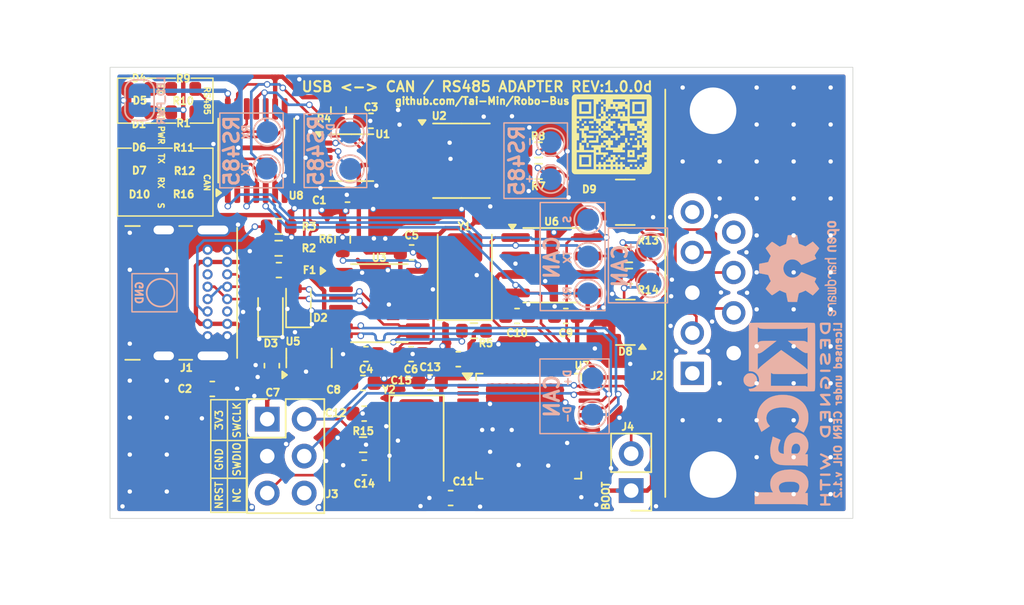
<source format=kicad_pcb>
(kicad_pcb (version 20241229) (generator "pcbnew") (generator_version "9.0")
  (title_block (title "${TITLE}") (date "2025-11-24") (rev "${REVISION}"))
  (layers (0 "F.Cu" signal) (2 "B.Cu" signal) (13 "F.Paste" user) (15 "B.Paste" user) (5 "F.SilkS" user "F.Silkscreen") (7 "B.SilkS" user "B.Silkscreen") (1 "F.Mask" user) (3 "B.Mask" user) (25 "Edge.Cuts" user))
  (property "REVISION" "1.0.0d")
  (property "TITLE" "USB <-> CAN / RS485 ADAPTER")
  (net 0 "")
  (net 1 "GND")
  (net 2 "Net-(U1-V3)")
  (net 3 "+5V")
  (net 4 "+3.3V")
  (net 5 "/mcu/NRST")
  (net 6 "Net-(D5-A)")
  (net 7 "Net-(D6-A)")
  (net 8 "/CAN-")
  (net 9 "/D_RS-")
  (net 10 "/D_RS+")
  (net 11 "Net-(D7-A)")
  (net 12 "Net-(D1-A)")
  (net 13 "/VUSB")
  (net 14 "/D_CAN-")
  (net 15 "Net-(J1-CC1)")
  (net 16 "Net-(J1-CC2)")
  (net 17 "/D_CAN+")
  (net 18 "/CAN+")
  (net 19 "/mcu/SWDIO")
  (net 20 "/mcu/SWCLK")
  (net 21 "/MODBUS-")
  (net 22 "/MODBUS+")
  (net 23 "/mcu/LED_RX")
  (net 24 "/mcu/LED_TX")
  (net 26 "Net-(U1-TNOW)")
  (net 28 "/D+")
  (net 29 "/D-")
  (net 30 "Net-(D10-A)")
  (net 31 "/LED_PWR")
  (net 32 "Net-(R1-Pad2)")
  (net 33 "Net-(U3-VDD33)")
  (net 34 "Net-(U7-PF0)")
  (net 35 "Net-(U7-PF1)")
  (net 36 "Net-(R10-Pad2)")
  (net 37 "Net-(D4-A)")
  (net 42 "Net-(U3-~{RESET}{slash}CDP)")
  (net 43 "/RS_RX")
  (net 44 "Net-(R9-Pad2)")
  (net 46 "Net-(U3-XO)")
  (net 50 "Net-(U3-XI)")
  (net 83 "Net-(U6-CANH)")
  (net 84 "Net-(U6-CANL)")
  (net 85 "Net-(U2-A)")
  (net 86 "Net-(U2-B)")
  (net 87 "/RS_TX")
  (net 88 "Net-(R11-Pad2)")
  (net 89 "Net-(R12-Pad2)")
  (net 90 "Net-(R16-Pad2)")
  (net 91 "/C_S")
  (net 92 "/C_RX")
  (net 93 "/C_TX")
  (footprint "Resistor_SMD:R_0603_1608Metric" (layer "F.Cu") (at 131.5 91.245)
    (property "Reference" "R1")
    (property "Value" "1K")
  )
  (footprint "Crystal:Crystal_SMD_5032-2Pin_5.0x3.2mm" (layer "F.Cu") (at 147.4975 112.205 -90)
    (property "Reference" "Y2")
    (property "Value" "HCI XC53G2-8.000-F12NJHP")
  )
  (footprint "Resistor_SMD:R_0603_1608Metric" (layer "F.Cu") (at 143.83 112.485)
    (property "Reference" "R15")
    (property "Value" "10K")
  )
  (footprint "Package_SO:MSOP-10_3x3mm_P0.5mm" (layer "F.Cu") (at 143.0325 92.755)
    (property "Reference" "U1")
    (property "Value" "CH340E")
  )
  (footprint "Resistor_SMD:R_0603_1608Metric" (layer "F.Cu") (at 142.425 98.375 90)
    (property "Reference" "R6")
    (property "Value" "0R")
  )
  (footprint "Diode_SMD:D_SOD-323" (layer "F.Cu") (at 139.39 102.8075 90)
    (property "Reference" "D2")
    (property "Value" "PTVSHC3D4V5B")
  )
  (footprint "Capacitor_SMD:C_0603_1608Metric" (layer "F.Cu") (at 142.76 95.305)
    (property "Reference" "C1")
    (property "Value" "100n")
  )
  (footprint "Package_SO:TSSOP-14_4.4x5mm_P0.65mm" (layer "F.Cu") (at 136.49 92.27 90)
    (property "Reference" "U8")
    (property "Value" "74HC04")
  )
  (footprint "Connector_PinHeader_2.54mm:PinHeader_2x03_P2.54mm_Vertical" (layer "F.Cu") (at 137.245 110.725)
    (property "Reference" "J3")
    (property "Value" "SWD")
  )
  (footprint "Capacitor_SMD:C_0603_1608Metric" (layer "F.Cu") (at 149.84 116.145)
    (property "Reference" "C11")
    (property "Value" "100n")
  )
  (footprint "Capacitor_SMD:C_0603_1608Metric" (layer "F.Cu") (at 137.565 107.05 90)
    (property "Reference" "C7")
    (property "Value" "10u")
  )
  (footprint "LED_SMD:LED_0603_1608Metric" (layer "F.Cu") (at 128.4575 89.65)
    (property "Reference" "D5")
    (property "Value" "yellow")
  )
  (footprint "Connector_Dsub:DSUB-9_Pins_Horizontal_P2.77x2.84mm_EdgePinOffset7.70mm_Housed_MountingHolesOffset9.12mm" (layer "F.Cu") (at 166.435 107.575 90)
    (property "Reference" "J2")
    (property "Value" "DE9")
  )
  (footprint "Capacitor_SMD:C_0603_1608Metric" (layer "F.Cu") (at 133.475 108.65 180)
    (property "Reference" "C2")
    (property "Value" "10n")
  )
  (footprint "Crystal:Crystal_SMD_5032-2Pin_5.0x3.2mm" (layer "F.Cu") (at 150.81 100.805 90)
    (property "Reference" "Y1")
    (property "Value" "HCI XC53G2-12.000-F20LJDT")
  )
  (footprint "Capacitor_SMD:C_0603_1608Metric" (layer "F.Cu") (at 157.75 103.635)
    (property "Reference" "C9")
    (property "Value" "100n")
  )
  (footprint "Capacitor_SMD:C_0603_1608Metric" (layer "F.Cu") (at 143.82 108.235 180)
    (property "Reference" "C8")
    (property "Value" "10u")
  )
  (footprint "Resistor_SMD:R_0603_1608Metric" (layer "F.Cu") (at 162.075 99.425 180)
    (property "Reference" "R13")
    (property "Value" "0R")
  )
  (footprint "Resistor_SMD:R_0603_1608Metric" (layer "F.Cu") (at 131.515 92.84)
    (property "Reference" "R11")
    (property "Value" "1K")
  )
  (footprint "Capacitor_SMD:C_0603_1608Metric" (layer "F.Cu") (at 144.37 90.225 180)
    (property "Reference" "C3")
    (property "Value" "100n")
  )
  (footprint "Capacitor_SMD:C_0603_1608Metric" (layer "F.Cu") (at 154.4 103.635 180)
    (property "Reference" "C10")
    (property "Value" "100n")
  )
  (footprint "Resistor_SMD:R_0603_1608Metric" (layer "F.Cu") (at 155.875 92.225 180)
    (property "Reference" "R8")
    (property "Value" "0R")
  )
  (footprint "Resistor_SMD:R_0603_1608Metric" (layer "F.Cu") (at 131.48 88.03)
    (property "Reference" "R9")
    (property "Value" "1K")
  )
  (footprint "Package_SO:SOIC-8_3.9x4.9mm_P1.27mm" (layer "F.Cu") (at 150.58 92.97)
    (property "Reference" "U2")
    (property "Value" "MAX485E")
  )
  (footprint "Diode_SMD:D_SOD-323" (layer "F.Cu") (at 137.47 103.45 90)
    (property "Reference" "D3")
    (property "Value" "PTVSHC3D4V5B")
  )
  (footprint "Package_TO_SOT_SMD:SOT-23" (layer "F.Cu") (at 161.84 104.07 180)
    (property "Reference" "D8")
    (property "Value" "CDSOT23-T24CAN")
  )
  (footprint "Resistor_SMD:R_0603_1608Metric" (layer "F.Cu") (at 138.031827 97.482573)
    (property "Reference" "R3")
    (property "Value" "5.1K")
  )
  (footprint "Package_QFP:LQFP-48_7x7mm_P0.5mm" (layer "F.Cu") (at 155.1975 111.205)
    (property "Reference" "U7")
    (property "Value" "STM32G0B1CBT")
  )
  (footprint "Package_TO_SOT_SMD:SOT-23" (layer "F.Cu") (at 161.8275 95.82)
    (property "Reference" "D9")
    (property "Value" "SM712-02HTG")
  )
  (footprint "symbols:robo-bus-qr-small" (layer "F.Cu") (at 160.9 91.650365)
    (property "Reference" "G***" (hide yes))
    (property "Value" "LOGO" (hide yes))
  )
  (footprint "Package_TO_SOT_SMD:SOT-23" (layer "F.Cu") (at 140.115 106.5225 90)
    (property "Reference" "U5")
    (property "Value" "MCP1754S-3302xCB")
  )
  (footprint "Resistor_SMD:R_0603_1608Metric" (layer "F.Cu") (at 142.14 89.515 -90)
    (property "Reference" "R4")
    (property "Value" "10K")
  )
  (footprint "Capacitor_SMD:C_0603_1608Metric" (layer "F.Cu") (at 147.1225 106.255 180)
    (property "Reference" "C6")
    (property "Value" "100n")
  )
  (footprint "Resistor_SMD:R_0603_1608Metric" (layer "F.Cu") (at 131.48 89.64)
    (property "Reference" "R10")
    (property "Value" "1K")
  )
  (footprint "Connector_USB:USB_C_Receptacle_GCT_USB4085" (layer "F.Cu") (at 134.5 99.075 -90)
    (property "Reference" "J1")
    (property "Value" "USB_C_Receptacle_USB2.0_14P")
  )
  (footprint "Capacitor_SMD:C_0603_1608Metric" (layer "F.Cu") (at 143.9025 110.345)
    (property "Reference" "C12")
    (property "Value" "6p")
  )
  (footprint "Resistor_SMD:R_0603_1608Metric" (layer "F.Cu") (at 138.031827 98.982573)
    (property "Reference" "R2")
    (property "Value" "5.1K")
  )
  (footprint "Resistor_SMD:R_0603_1608Metric" (layer "F.Cu") (at 162.075 100.9 180)
    (property "Reference" "R14")
    (property "Value" "0R")
  )
  (footprint "Capacitor_SMD:C_0603_1608Metric" (layer "F.Cu") (at 148.4225 108.195)
    (property "Reference" "C15")
    (property "Value" "100n")
  )
  (footprint "LED_SMD:LED_0603_1608Metric" (layer "F.Cu") (at 128.4475 88.03)
    (property "Reference" "D4")
    (property "Value" "yellow")
  )
  (footprint "LED_SMD:LED_0603_1608Metric" (layer "F.Cu") (at 128.4525 94.45)
    (property "Reference" "D7")
    (property "Value" "yellow")
  )
  (footprint "Capacitor_SMD:C_0603_1608Metric" (layer "F.Cu") (at 147.16 99.2675 180)
    (property "Reference" "C5")
    (property "Value" "1u")
  )
  (footprint "Capacitor_SMD:C_0603_1608Metric" (layer "F.Cu") (at 143.9125 114.055)
    (property "Reference" "C14")
    (property "Value" "6p")
  )
  (footprint "LED_SMD:LED_0603_1608Metric" (layer "F.Cu") (at 128.4625 92.84)
    (property "Reference" "D6")
    (property "Value" "yellow")
  )
  (footprint "Package_SO:QSOP-16_3.9x4.9mm_P0.635mm" (layer "F.Cu") (at 144.9475 102.755)
    (property "Reference" "U3")
    (property "Value" "CH334R")
  )
  (footprint "Package_SO:SOIC-8_3.9x4.9mm_P1.27mm" (layer "F.Cu") (at 156.775 100.15)
    (property "Reference" "U6")
    (property "Value" "TJA1051T-3")
  )
  (footprint "Capacitor_SMD:C_0603_1608Metric" (layer "F.Cu") (at 150.3625 106.605)
    (property "Reference" "C13")
    (property "Value" "100n")
  )
  (footprint "Fuse:Fuse_0603_1608Metric" (layer "F.Cu") (at 138.044327 100.482573)
    (property "Reference" "F1")
    (property "Value" "BSMD0603C-0500T")
  )
  (footprint "Resistor_SMD:R_0603_1608Metric" (layer "F.Cu") (at 131.495 94.45)
    (property "Reference" "R12")
    (property "Value" "1K")
  )
  (footprint "Resistor_SMD:R_0603_1608Metric" (layer "F.Cu") (at 151.44 104.65)
    (property "Reference" "R5")
    (property "Value" "10K")
  )
  (footprint "Resistor_SMD:R_0603_1608Metric" (layer "F.Cu") (at 155.875 93.7 180)
    (property "Reference" "R7")
    (property "Value" "0R")
  )
  (footprint "LED_SMD:LED_0603_1608Metric" (layer "F.Cu") (at 128.455 96.05)
    (property "Reference" "D10")
    (property "Value" "yellow")
  )
  (footprint "Resistor_SMD:R_0603_1608Metric" (layer "F.Cu") (at 131.465 96.04)
    (property "Reference" "R16")
    (property "Value" "1K")
  )
  (footprint "Connector_PinHeader_2.54mm:PinHeader_1x02_P2.54mm_Vertical" (layer "F.Cu") (at 162.235 115.635 180)
    (property "Reference" "J4")
    (property "Value" "BOOT")
  )
  (footprint "LED_SMD:LED_0603_1608Metric" (layer "F.Cu") (at 128.4575 91.245)
    (property "Reference" "D1")
    (property "Value" "green")
  )
  (footprint "Capacitor_SMD:C_0603_1608Metric" (layer "F.Cu") (at 144.0225 106.255)
    (property "Reference" "C4")
    (property "Value" "10u")
  )
  (footprint "TestPoint:TestPoint_Pad_D1.5mm" (layer "B.Cu") (at 159.28 102.08 180)
    (property "Reference" "TP13" (hide yes))
    (property "Value" "TestPoint")
  )
  (footprint "Symbol:KiCad-Logo2_5mm_SilkScreen" (layer "B.Cu") (at 172.925 110.375 -90)
    (property "Reference" "REF**" (hide yes))
    (property "Value" "KiCad-Logo2_5mm_SilkScreen" (hide yes))
  )
  (footprint "Symbol:OSHW-Logo2_7.3x6mm_SilkScreen" (layer "B.Cu") (at 173.775 100.375 -90)
    (property "Reference" "REF**" (hide yes))
    (property "Value" "OSHW-Logo2_7.3x6mm_SilkScreen" (hide yes))
  )
  (footprint "TestPoint:TestPoint_Pad_D1.5mm" (layer "B.Cu") (at 156.71 94.24 180)
    (property "Reference" "TP4" (hide yes))
    (property "Value" "TestPoint")
  )
  (footprint "Jumper:SolderJumper-2_P1.3mm_Bridged_RoundedPad1.0x1.5mm" (layer "B.Cu") (at 128.48 88.81 90)
    (property "Reference" "JP1" (hide yes))
    (property "Value" "Jumper_2_Bridged")
  )
  (footprint "TestPoint:TestPoint_Pad_D1.5mm" (layer "B.Cu") (at 142.94 93.53 180)
    (property "Reference" "TP6" (hide yes))
    (property "Value" "TestPoint")
  )
  (footprint "TestPoint:TestPoint_Pad_D1.5mm" (layer "B.Cu") (at 159.28 97.03 180)
    (property "Reference" "TP12" (hide yes))
    (property "Value" "TestPoint")
  )
  (footprint "TestPoint:TestPoint_Pad_D1.5mm" (layer "B.Cu") (at 137.21 93.51 180)
    (property "Reference" "TP10" (hide yes))
    (property "Value" "TestPoint")
  )
  (footprint "TestPoint:TestPoint_Pad_D1.5mm" (layer "B.Cu") (at 163.58 98.88 180)
    (property "Reference" "TP15" (hide yes))
    (property "Value" "TestPoint")
  )
  (footprint "TestPoint:TestPoint_Pad_D1.5mm" (layer "B.Cu") (at 163.57 101.41 180)
    (property "Reference" "TP16" (hide yes))
    (property "Value" "TestPoint")
  )
  (footprint "TestPoint:TestPoint_Pad_D1.5mm" (layer "B.Cu") (at 129.92 102.04 180)
    (property "Reference" "TP1" (hide yes))
    (property "Value" "TestPoint")
  )
  (footprint "TestPoint:TestPoint_Pad_D1.5mm" (layer "B.Cu") (at 159.58 107.91 180)
    (property "Reference" "TP9" (hide yes))
    (property "Value" "TestPoint")
  )
  (footprint "TestPoint:TestPoint_Pad_D1.5mm" (layer "B.Cu") (at 142.93 91.03 180)
    (property "Reference" "TP7" (hide yes))
    (property "Value" "TestPoint")
  )
  (footprint "TestPoint:TestPoint_Pad_D1.5mm" (layer "B.Cu") (at 156.7 91.69 180)
    (property "Reference" "TP5" (hide yes))
    (property "Value" "TestPoint")
  )
  (footprint "TestPoint:TestPoint_Pad_D1.5mm" (layer "B.Cu") (at 159.28 99.55 180)
    (property "Reference" "TP14" (hide yes))
    (property "Value" "TestPoint")
  )
  (footprint "TestPoint:TestPoint_Pad_D1.5mm" (layer "B.Cu") (at 159.57 110.41 180)
    (property "Reference" "TP8" (hide yes))
    (property "Value" "TestPoint")
  )
  (footprint "TestPoint:TestPoint_Pad_D1.5mm" (layer "B.Cu") (at 137.25 91 180)
    (property "Reference" "TP11" (hide yes))
    (property "Value" "TestPoint")
  )
  (gr_line (start 126.9725 87.295) (end 127.91 87.295) (stroke (width 0.1)) (layer "F.SilkS"))
  (gr_line (start 126.9675 96.765) (end 126.9675 92.105) (stroke (width 0.1)) (layer "F.SilkS"))
  (gr_line (start 132.18 92.105) (end 133.52 92.105) (stroke (width 0.1)) (layer "F.SilkS"))
  (gr_line (start 127.91 90.385) (end 126.9725 90.385) (stroke (width 0.1)) (layer "F.SilkS"))
  (gr_line (start 131.95 90.385) (end 133.52 90.385) (stroke (width 0.1)) (layer "F.SilkS"))
  (gr_line (start 132.03 87.295) (end 133.52 87.295) (stroke (width 0.1)) (layer "F.SilkS"))
  (gr_line (start 126.9725 90.385) (end 126.9725 87.295) (stroke (width 0.1)) (layer "F.SilkS"))
  (gr_line (start 126.9675 96.765) (end 133.52 96.765) (stroke (width 0.1)) (layer "F.SilkS"))
  (gr_line (start 129 87.295) (end 130.95 87.295) (stroke (width 0.1)) (layer "F.SilkS"))
  (gr_line (start 129 92.105) (end 130.72 92.105) (stroke (width 0.1)) (layer "F.SilkS"))
  (gr_line (start 133.52 90.385) (end 133.52 87.295) (stroke (width 0.1)) (layer "F.SilkS"))
  (gr_line (start 126.9675 92.105) (end 127.91 92.105) (stroke (width 0.1)) (layer "F.SilkS"))
  (gr_line (start 133.52 92.105) (end 133.52 96.765) (stroke (width 0.1)) (layer "F.SilkS"))
  (gr_line (start 128.88 90.385) (end 130.97 90.385) (stroke (width 0.1)) (layer "F.SilkS"))
  (gr_rect (start 155.99 95.84) (end 160.44 103.27) (stroke (width 0.1)) (fill no) (layer "B.SilkS"))
  (gr_rect (start 133.99 89.69) (end 138.34 94.83) (stroke (width 0.1)) (fill no) (layer "B.SilkS"))
  (gr_rect (start 139.78 89.73) (end 144.08 94.81) (stroke (width 0.1)) (fill no) (layer "B.SilkS"))
  (gr_rect (start 155.97 106.59) (end 160.72 111.72) (stroke (width 0.1)) (fill no) (layer "B.SilkS"))
  (gr_rect (start 127.96 100.73) (end 131.05 103.35) (stroke (width 0.1)) (fill no) (layer "B.SilkS"))
  (gr_rect (start 160.67 97.59) (end 164.73 102.73) (stroke (width 0.1)) (fill no) (layer "B.SilkS"))
  (gr_rect (start 153.5 90.37) (end 157.86 95.56) (stroke (width 0.1)) (fill no) (layer "B.SilkS"))
  (gr_rect (start 126.455 86.545) (end 177.455 117.545) (stroke (width 0.05)) (fill no) (layer "Edge.Cuts"))
  (gr_text "TX" (at 129.735 92.82 270) (layer "F.SilkS") (effects (font (size 0.4 0.4) (thickness 0.1)) (justify bottom)))
  (gr_text "RX" (at 129.715 89.65 270) (layer "F.SilkS") (effects (font (size 0.4 0.4) (thickness 0.1)) (justify bottom)))
  (gr_text "BOOT" (at 160.785 116 90) (layer "F.SilkS") (effects (font (size 0.5 0.5) (thickness 0.125) (bold yes)) (justify bottom)))
  (gr_text "S" (at 129.71 96.05 270) (layer "F.SilkS") (effects (font (size 0.4 0.4) (thickness 0.1)) (justify bottom)))
  (gr_text "RX" (at 129.715 94.47 270) (layer "F.SilkS") (effects (font (size 0.4 0.4) (thickness 0.1)) (justify bottom)))
  (gr_text "RS485" (at 132.88 88.84 270) (layer "F.SilkS") (effects (font (size 0.4 0.4) (thickness 0.1)) (justify bottom)))
  (gr_text "CAN" (at 132.87 94.47 270) (layer "F.SilkS") (effects (font (size 0.4 0.4) (thickness 0.1)) (justify bottom)))
  (gr_text "TX" (at 129.705 88.03 270) (layer "F.SilkS") (effects (font (size 0.4 0.4) (thickness 0.1)) (justify bottom)))
  (gr_text "${TITLE} REV:${REVISION}" (at 163.7792 88.2904 0) (layer "F.SilkS") (effects (font (size 0.7 0.7) (thickness 0.14) (bold yes)) (justify right bottom)))
  (gr_text "github.com/Tai-Min/Robo-Bus" (at 145.95 89.15 0) (layer "F.SilkS") (effects (font (size 0.5 0.5) (thickness 0.125) (bold yes)) (justify left bottom)))
  (gr_text "PWR" (at 129.735 91.205 270) (layer "F.SilkS") (effects (font (size 0.4 0.4) (thickness 0.1)) (justify bottom)))
  (gr_text "D-" (at 141.87 93.53 90) (layer "B.SilkS") (effects (font (size 0.5 0.5) (thickness 0.125) (bold yes)) (justify bottom mirror)))
  (gr_text "+" (at 155.52 94.22 90) (layer "B.SilkS") (effects (font (size 0.5 0.5) (thickness 0.125) (bold yes)) (justify bottom mirror)))
  (gr_text "TX" (at 158.16 99.59 90) (layer "B.SilkS") (effects (font (size 0.5 0.5) (thickness 0.125) (bold yes)) (justify bottom mirror)))
  (gr_text "RS485" (at 154.98 92.95 90) (layer "B.SilkS") (effects (font (size 1 1) (thickness 0.2) (bold yes)) (justify bottom mirror)))
  (gr_text "GND" (at 128.77 102.04 90) (layer "B.SilkS") (effects (font (size 0.5 0.5) (thickness 0.125) (bold yes)) (justify bottom mirror)))
  (gr_text "Licensed under CERN OHL v.1.2" (at 176.725 103.975 90) (layer "B.SilkS") (effects (font (size 0.5 0.5) (thickness 0.125) (bold yes)) (justify left bottom mirror)))
  (gr_text "TX" (at 136.07 93.56 90) (layer "B.SilkS") (effects (font (size 0.5 0.5) (thickness 0.125) (bold yes)) (justify bottom mirror)))
  (gr_text "RS485" (at 135.39 92.29 90) (layer "B.SilkS") (effects (font (size 1 1) (thickness 0.2) (bold yes)) (justify bottom mirror)))
  (gr_text "LED_PWR" (at 130.26 88.83 90) (layer "B.SilkS") (effects (font (size 0.5 0.5) (thickness 0.125) (bold yes)) (justify bottom mirror)))
  (gr_text "RX" (at 158.15 102.1 90) (layer "B.SilkS") (effects (font (size 0.5 0.5) (thickness 0.125) (bold yes)) (justify bottom mirror)))
  (gr_text "CAN" (at 162.04 100.2 90) (layer "B.SilkS") (effects (font (size 1 1) (thickness 0.2) (bold yes)) (justify bottom mirror)))
  (gr_text "-" (at 155.54 91.65 90) (layer "B.SilkS") (effects (font (size 0.5 0.5) (thickness 0.125) (bold yes)) (justify bottom mirror)))
  (gr_text "RS485" (at 141.19 92.26 90) (layer "B.SilkS") (effects (font (size 1 1) (thickness 0.2) (bold yes)) (justify bottom mirror)))
  (gr_text "D-" (at 158.14 110.4 90) (layer "B.SilkS") (effects (font (size 0.5 0.5) (thickness 0.125) (bold yes)) (justify bottom mirror)))
  (gr_text "CAN" (at 157.37 99.62 90) (layer "B.SilkS") (effects (font (size 1 1) (thickness 0.2) (bold yes)) (justify bottom mirror)))
  (gr_text "+" (at 162.47 98.9 90) (layer "B.SilkS") (effects (font (size 0.5 0.5) (thickness 0.125) (bold yes)) (justify bottom mirror)))
  (gr_text "CAN" (at 157.38 109.15 90) (layer "B.SilkS") (effects (font (size 1 1) (thickness 0.2) (bold yes)) (justify bottom mirror)))
  (gr_text "D+" (at 141.89 90.96 90) (layer "B.SilkS") (effects (font (size 0.5 0.5) (thickness 0.125) (bold yes)) (justify bottom mirror)))
  (gr_text "RX" (at 136.09 90.99 90) (layer "B.SilkS") (effects (font (size 0.5 0.5) (thickness 0.125) (bold yes)) (justify bottom mirror)))
  (gr_text "S" (at 158.14 97 90) (layer "B.SilkS") (effects (font (size 0.5 0.5) (thickness 0.125) (bold yes)) (justify bottom mirror)))
  (gr_text "-" (at 162.45 101.47 90) (layer "B.SilkS") (effects (font (size 0.5 0.5) (thickness 0.125) (bold yes)) (justify bottom mirror)))
  (gr_text "D+" (at 158.15 107.89 90) (layer "B.SilkS") (effects (font (size 0.5 0.5) (thickness 0.125) (bold yes)) (justify bottom mirror)))
  (table (column_count 3) (layer "F.SilkS") (border (external yes) (header yes) (stroke (width 0.1))) (separators (rows yes) (cols yes) (stroke (width 0.1))) (column_widths 2.35 2.59 2.805) (row_heights 1.145 1.3) (cells (table_cell "NRST" (start 133.37 117.135) (end 134.515 114.785) (margins 0.5 0.5 0.5 0.5) (span 1 1) (angle 90) (layer "F.SilkS") (effects (font (size 0.5 0.5) (bold yes)))) (table_cell "GND" (start 133.37 114.785) (end 134.515 112.195) (margins 0.5 0.5 0.5 0.5) (span 1 1) (angle 90) (layer "F.SilkS") (effects (font (size 0.5 0.5) (bold yes)))) (table_cell "3V3" (start 133.37 112.195) (end 134.515 109.39) (margins 0.5 0.5 0.5 0.5) (span 1 1) (angle 90) (layer "F.SilkS") (effects (font (size 0.5 0.5) (bold yes)))) (table_cell "NC" (start 134.515 117.135) (end 135.815 114.785) (margins 0.5 0.5 0.5 0.5) (span 1 1) (angle 90) (layer "F.SilkS") (effects (font (size 0.5 0.5) (bold yes)))) (table_cell "SWDIO" (start 134.515 114.785) (end 135.815 112.195) (margins 1.0025 1.0025 1.0025 1.0025) (span 1 1) (angle 90) (layer "F.SilkS") (effects (font (size 0.5 0.5) (bold yes)))) (table_cell "SWCLK" (start 134.515 112.195) (end 135.815 109.39) (margins 0.5 0.5 0.5 0.5) (span 1 1) (angle 90) (layer "F.SilkS") (effects (font (size 0.5 0.5) (bold yes))))))
  (segment (start 133.52 106.375) (end 133.52 106.205) (width 0.18) (layer "F.Cu") (net 1))
  (segment (start 138.44 95.1325) (end 138.44 94) (width 0.18) (layer "F.Cu") (net 1))
  (segment (start 143.795 110.345) (end 143.8 110.34) (width 0.18) (layer "F.Cu") (net 1))
  (segment (start 144.655 112.485) (end 145.935 112.485) (width 0.18) (layer "F.Cu") (net 1))
  (segment (start 147.6075 108.235) (end 147.6475 108.195) (width 0.18) (layer "F.Cu") (net 1))
  (segment (start 147.235 106.255) (end 147.23 106.25) (width 0.18) (layer "F.Cu") (net 1))
  (segment (start 148.6125 101.8025) (end 148.62 101.81) (width 0.18) (layer "F.Cu") (net 1))
  (segment (start 155.175 102.845) (end 155.17 102.84) (width 0.18) (layer "F.Cu") (net 1))
  (segment (start 147.8975 106.255) (end 147.235 106.255) (width 0.18) (layer "F.Cu") (net 1))
  (segment (start 133.15 99.075) (end 134.5 99.075) (width 0.18) (layer "F.Cu") (net 1))
  (segment (start 166.435 102.035) (end 166.455 102.035) (width 0.18) (layer "F.Cu") (net 1))
  (segment (start 144.035 112.485) (end 144.03 112.48) (width 0.18) (layer "F.Cu") (net 1))
  (segment (start 140.92 92.755) (end 139.888382 92.755) (width 0.18) (layer "F.Cu") (net 1))
  (segment (start 127.66 88.03) (end 127.66 87.62) (width 0.18) (layer "F.Cu") (net 1))
  (segment (start 142.425 98.235) (end 142.42 98.24) (width 0.18) (layer "F.Cu") (net 1))
  (segment (start 139.165 107.46) (end 139.91 107.46) (width 0.18) (layer "F.Cu") (net 1))
  (segment (start 145.935 112.485) (end 146.22 112.2) (width 0.18) (layer "F.Cu") (net 1))
  (segment (start 144.655 112.485) (end 144.035 112.485) (width 0.18) (layer "F.Cu") (net 1))
  (segment (start 133.8 98.005) (end 133.52 97.725) (width 0.18) (layer "F.Cu") (net 1))
  (segment (start 127.66 88.03) (end 127.66 88.535301) (width 0.18) (layer "F.Cu") (net 1))
  (segment (start 151.985 111.455) (end 152 111.47) (width 0.18) (layer "F.Cu") (net 1))
  (segment (start 142.624 114.055) (end 142.46 113.891) (width 0.18) (layer "F.Cu") (net 1))
  (segment (start 144.97 108.235) (end 145.27 107.935) (width 0.18) (layer "F.Cu") (net 1))
  (segment (start 148.385 116.145) (end 148.38 116.14) (width 0.18) (layer "F.Cu") (net 1))
  (segment (start 143.1375 114.055) (end 142.624 114.055) (width 0.18) (layer "F.Cu") (net 1))
  (segment (start 147.935 99.2675) (end 147.2675 99.2675) (width 0.18) (layer "F.Cu") (net 1))
  (segment (start 156.975 102.985) (end 156.98 102.98) (width 0.18) (layer "F.Cu") (net 1))
  (segment (start 142.705 95.305) (end 142.71 95.31) (width 0.18) (layer "F.Cu") (net 1))
  (segment (start 134.5 105.025) (end 133.15 105.025) (width 0.18) (layer "F.Cu") (net 1))
  (segment (start 147.585 101.8025) (end 148.6125 101.8025) (width 0.18) (layer "F.Cu") (net 1))
  (segment (start 156.975 103.635) (end 156.975 102.985) (width 0.18) (layer "F.Cu") (net 1))
  (segment (start 149.5875 106.605) (end 149.5875 106.0075) (width 0.18) (layer "F.Cu") (net 1))
  (segment (start 141.985 95.305) (end 142.705 95.305) (width 0.18) (layer "F.Cu") (net 1))
  (segment (start 136.595 107.825) (end 136.59 107.83) (width 0.18) (layer "F.Cu") (net 1))
  (segment (start 144.315 90.225) (end 144.32 90.23) (width 0.18) (layer "F.Cu") (net 1))
  (segment (start 143.2475 106.255) (end 142.455 106.255) (width 0.18) (layer "F.Cu") (net 1))
  (segment (start 127.66 88.535301) (end 127.378359 88.816942) (width 0.18) (layer "F.Cu") (net 1))
  (segment (start 149.5875 106.0075) (end 149.29 105.71) (width 0.18) (layer "F.Cu") (net 1))
  (segment (start 166.435 102.035) (end 165.955 102.035) (width 0.18) (layer "F.Cu") (net 1))
  (segment (start 151.035 111.455) (end 151.985 111.455) (width 0.18) (layer "F.Cu") (net 1))
  (segment (start 143.595 90.225) (end 144.315 90.225) (width 0.18) (layer "F.Cu") (net 1))
  (segment (start 142.425 97.55) (end 142.425 98.235) (width 0.18) (layer "F.Cu") (net 1))
  (segment (start 142.425 97.55) (end 142.425 96.605) (width 0.18) (layer "F.Cu") (net 1))
  (segment (start 143.605 90.215) (end 143.595 90.225) (width 0.18) (layer "F.Cu") (net 1))
  (segment (start 142.425 96.605) (end 142.63 96.4) (width 0.18) (layer "F.Cu") (net 1))
  (segment (start 154.3 99.515) (end 154.3 100.03) (width 0.18) (layer "F.Cu") (net 1))
  (segment (start 147.6475 108.195) (end 148.01151 108.195) (width 0.18) (layer "F.Cu") (net 1))
  (segment (start 138.856827 97.482573) (end 138.856827 98.176827) (width 0.18) (layer "F.Cu") (net 1))
  (segment (start 147.2675 99.2675) (end 147.26 99.26) (width 0.18) (layer "F.Cu") (net 1))
  (segment (start 154.3 100.03) (end 154.29 100.04) (width 0.18) (layer "F.Cu") (net 1))
  (segment (start 144.595 108.235) (end 144.97 108.235) (width 0.18) (layer "F.Cu") (net 1))
  (segment (start 139.888382 92.755) (end 139.879191 92.764191) (width 0.18) (layer "F.Cu") (net 1))
  (segment (start 148.01151 108.195) (end 148.385385 107.821125) (width 0.18) (layer "F.Cu") (net 1))
  (segment (start 138.856827 98.176827) (end 138.91 98.23) (width 0.18) (layer "F.Cu") (net 1))
  (segment (start 149.065 116.145) (end 148.385 116.145) (width 0.18) (layer "F.Cu") (net 1))
  (segment (start 137.565 107.825) (end 136.595 107.825) (width 0.18) (layer "F.Cu") (net 1))
  (segment (start 143.1275 110.345) (end 143.795 110.345) (width 0.18) (layer "F.Cu") (net 1))
  (segment (start 138.856827 98.982573) (end 138.856827 98.283173) (width 0.18) (layer "F.Cu") (net 1))
  (segment (start 142.455 106.255) (end 142.45 106.26) (width 0.18) (layer "F.Cu") (net 1))
  (segment (start 155.175 103.635) (end 155.175 102.845) (width 0.18) (layer "F.Cu") (net 1))
  (segment (start 138.856827 98.283173) (end 138.91 98.23) (width 0.18) (layer "F.Cu") (net 1))
  (via (at 148.62 101.81) (size 0.45) (drill 0.3) (layers "F.Cu" "B.Cu") (net 1))
  (via (at 142.42 98.24) (size 0.45) (drill 0.3) (layers "F.Cu" "B.Cu") (net 1))
  (via (at 162.17 106.93) (size 0.45) (drill 0.3) (layers "F.Cu" "B.Cu") (net 1))
  (via (at 127.81 97.92) (size 0.45) (drill 0.3) (layers "F.Cu" "B.Cu") (net 1))
  (via (at 175.93 105.72) (size 0.45) (drill 0.3) (layers "F.Cu" "B.Cu") (net 1))
  (via (at 144.74 94.68) (size 0.45) (drill 0.3) (layers "F.Cu" "B.Cu") (net 1))
  (via (at 157.71 109.59) (size 0.45) (drill 0.3) (layers "F.Cu" "B.Cu") (net 1))
  (via (at 144.57 98.31) (size 0.45) (drill 0.3) (layers "F.Cu" "B.Cu") (net 1))
  (via (at 139.45 87.37) (size 0.45) (drill 0.3) (layers "F.Cu" "B.Cu") (net 1))
  (via (at 170.15 99.26) (size 0.45) (drill 0.3) (layers "F.Cu" "B.Cu") (net 1))
  (via (at 165.03 101.14) (size 0.45) (drill 0.3) (layers "F.Cu" "B.Cu") (net 1))
  (via (at 136.66 103.15) (size 0.45) (drill 0.3) (layers "F.Cu" "B.Cu") (net 1))
  (via (at 136.59 107.83) (size 0.45) (drill 0.3) (layers "F.Cu" "B.Cu") (net 1))
  (via (at 140.8 116.79) (size 0.45) (drill 0.3) (layers "F.Cu" "B.Cu") (net 1))
  (via (at 142.45 106.26) (size 0.45) (drill 0.3) (layers "F.Cu" "B.Cu") (net 1))
  (via (at 139.15 104.75) (size 0.45) (drill 0.3) (layers "F.Cu" "B.Cu") (net 1))
  (via (at 170.85 110.8) (size 0.45) (drill 0.3) (layers "F.Cu" "B.Cu") (net 1))
  (via (at 168.31 108.26) (size 0.45) (drill 0.3) (layers "F.Cu" "B.Cu") (net 1))
  (via (at 130.35 100.46) (size 0.45) (drill 0.3) (layers "F.Cu" "B.Cu") (net 1))
  (via (at 156.33 101.24) (size 0.45) (drill 0.3) (layers "F.Cu" "B.Cu") (net 1))
  (via (at 135.18 108.63) (size 0.45) (drill 0.3) (layers "F.Cu" "B.Cu") (net 1))
  (via (at 132.76 110.67) (size 0.45) (drill 0.3) (layers "F.Cu" "B.Cu") (net 1))
  (via (at 157.94 95.49) (size 0.45) (drill 0.3) (layers "F.Cu" "B.Cu") (net 1))
  (via (at 163.74 96.85) (size 0.45) (drill 0.3) (layers "F.Cu" "B.Cu") (net 1))
  (via (at 138.54 112.43) (size 0.45) (drill 0.3) (layers "F.Cu" "B.Cu") (net 1))
  (via (at 140.2 90.96) (size 0.45) (drill 0.3) (layers "F.Cu" "B.Cu") (net 1))
  (via (at 170.85 100.64) (size 0.45) (drill 0.3) (layers "F.Cu" "B.Cu") (net 1))
  (via (at 127.81 108.08) (size 0.45) (drill 0.3) (layers "F.Cu" "B.Cu") (net 1))
  (via (at 143.8 110.34) (size 0.45) (drill 0.3) (layers "F.Cu" "B.Cu") (net 1))
  (via (at 145.27 107.935) (size 0.45) (drill 0.3) (layers "F.Cu" "B.Cu") (net 1))
  (via (at 160.93 102.12) (size 0.45) (drill 0.3) (layers "F.Cu" "B.Cu") (net 1))
  (via (at 173.39 90.48) (size 0.45) (drill 0.3) (layers "F.Cu" "B.Cu") (net 1))
  (via (at 138.44 94) (size 0.45) (drill 0.3) (layers "F.Cu" "B.Cu") (net 1))
  (via (at 167.79 104.02) (size 0.45) (drill 0.3) (layers "F.Cu" "B.Cu") (net 1))
  (via (at 136.05 99.18) (size 0.45) (drill 0.3) (layers "F.Cu" "B.Cu") (net 1))
  (via (at 155.17 102.84) (size 0.45) (drill 0.3) (layers "F.Cu" "B.Cu") (net 1))
  (via (at 160.33 103.05) (size 0.45) (drill 0.3) (layers "F.Cu" "B.Cu") (net 1))
  (via (at 138.05 92.25) (size 0.45) (drill 0.3) (layers "F.Cu" "B.Cu") (net 1))
  (via (at 127.31 116.72) (size 0.45) (drill 0.3) (layers "F.Cu" "B.Cu") (net 1))
  (via (at 127.81 105.54) (size 0.45) (drill 0.3) (layers "F.Cu" "B.Cu") (net 1))
  (via (at 142.71 95.31) (size 0.45) (drill 0.3) (layers "F.Cu" "B.Cu") (net 1))
  (via (at 159.84 116.6) (size 0.45) (drill 0.3) (layers "F.Cu" "B.Cu") (net 1))
  (via (at 170.85 87.94) (size 0.45) (drill 0.3) (layers "F.Cu" "B.Cu") (net 1))
  (via (at 136.36 109.13) (size 0.45) (drill 0.3) (layers "F.Cu" "B.Cu") (net 1))
  (via (at 168.31 110.8) (size 0.45) (drill 0.3) (layers "F.Cu" "B.Cu") (net 1))
  (via (at 148.385385 107.821125) (size 0.45) (drill 0.3) (layers "F.Cu" "B.Cu") (net 1))
  (via (at 170.85 98.1) (size 0.45) (drill 0.3) (layers "F.Cu" "B.Cu") (net 1))
  (via (at 170.85 105.72) (size 0.45) (drill 0.3) (layers "F.Cu" "B.Cu") (net 1))
  (via (at 136.7 105.22) (size 0.45) (drill 0.3) (layers "F.Cu" "B.Cu") (net 1))
  (via (at 151.63 100.83) (size 0.45) (drill 0.3) (layers "F.Cu" "B.Cu") (net 1))
  (via (at 127.378359 88.816942) (size 0.45) (drill 0.3) (layers "F.Cu" "B.Cu") (net 1))
  (via (at 138.91 98.23) (size 0.45) (drill 0.3) (layers "F.Cu" "B.Cu") (net 1))
  (via (at 155.24 90.68) (size 0.45) (drill 0.3) (layers "F.Cu" "B.Cu") (net 1))
  (via (at 147.23 106.25) (size 0.45) (drill 0.3) (layers "F.Cu" "B.Cu") (net 1))
  (via (at 152.56 96.11) (size 0.45) (drill 0.3) (layers "F.Cu" "B.Cu") (net 1))
  (via (at 160.85 114.09) (size 0.45) (drill 0.3) (layers "F.Cu" "B.Cu") (net 1))
  (via (at 152 111.47) (size 0.45) (drill 0.3) (layers "F.Cu" "B.Cu") (net 1))
  (via (at 135.26 92.07) (size 0.45) (drill 0.3) (layers "F.Cu" "B.Cu") (net 1))
  (via (at 138.63 103.15) (size 0.45) (drill 0.3) (layers "F.Cu" "B.Cu") (net 1))
  (via (at 165.77 110.8) (size 0.45) (drill 0.3) (layers "F.Cu" "B.Cu") (net 1))
  (via (at 173.39 100.64) (size 0.45) (drill 0.3) (layers "F.Cu" "B.Cu") (net 1))
  (via (at 170.85 103.18) (size 0.45) (drill 0.3) (layers "F.Cu" "B.Cu") (net 1))
  (via (at 130.35 110.62) (size 0.45) (drill 0.3) (layers "F.Cu" "B.Cu") (net 1))
  (via (at 155.2 95.05) (size 0.45) (drill 0.3) (layers "F.Cu" "B.Cu") (net 1))
  (via (at 156.54 113.92) (size 0.45) (drill 0.3) (layers "F.Cu" "B.Cu") (net 1))
  (via (at 170.85 95.56) (size 0.45) (drill 0.3) (layers "F.Cu" "B.Cu") (net 1))
  (via (at 127.81 113.16) (size 0.45) (drill 0.3) (layers "F.Cu" "B.Cu") (net 1))
  (via (at 170.85 93.02) (size 0.45) (drill 0.3) (layers "F.Cu" "B.Cu") (net 1))
  (via (at 170.85 108.26) (size 0.45) (drill 0.3) (layers "F.Cu" "B.Cu") (net 1))
  (via (at 143.76 100.66) (size 0.45) (drill 0.3) (layers "F.Cu" "B.Cu") (net 1))
  (via (at 130.35 115.7) (size 0.45) (drill 0.3) (layers "F.Cu" "B.Cu") (net 1))
  (via (at 173.39 108.26) (size 0.45) (drill 0.3) (layers "F.Cu" "B.Cu") (net 1))
  (via (at 156.98 102.98) (size 0.45) (drill 0.3) (layers "F.Cu" "B.Cu") (net 1))
  (via (at 173.39 87.94) (size 0.45) (drill 0.3) (layers "F.Cu" "B.Cu") (net 1))
  (via (at 161.43 110.63) (size 0.45) (drill 0.3) (layers "F.Cu" "B.Cu") (net 1))
  (via (at 159.74 105.87) (size 0.45) (drill 0.3) (layers "F.Cu" "B.Cu") (net 1))
  (via (at 149.29 105.71) (size 0.45) (drill 0.3) (layers "F.Cu" "B.Cu") (net 1))
  (via (at 154.29 100.04) (size 0.45) (drill 0.3) (layers "F.Cu" "B.Cu") (net 1))
  (via (at 150.59 96.29) (size 0.45) (drill 0.3) (layers "F.Cu" "B.Cu") (net 1))
  (via (at 157.87 92.32) (size 0.45) (drill 0.3) (layers "F.Cu" "B.Cu") (net 1))
  (via (at 175.93 110.8) (size 0.45) (drill 0.3) (layers "F.Cu" "B.Cu") (net 1))
  (via (at 142.63 96.4) (size 0.45) (drill 0.3) (layers "F.Cu" "B.Cu") (net 1))
  (via (at 175.93 93.02) (size 0.45) (drill 0.3) (layers "F.Cu" "B.Cu") (net 1))
  (via (at 168.4 102.02) (size 0.45) (drill 0.3) (layers "F.Cu" "B.Cu") (net 1))
  (via (at 175.93 108.26) (size 0.45) (drill 0.3) (layers "F.Cu" "B.Cu") (net 1))
  (via (at 158.81 116.09) (size 0.45) (drill 0.3) (layers "F.Cu" "B.Cu") (net 1))
  (via (at 168.06 96.79) (size 0.45) (drill 0.3) (layers "F.Cu" "B.Cu") (net 1))
  (via (at 136.45 107.01) (size 0.45) (drill 0.3) (layers "F.Cu" "B.Cu") (net 1))
  (via (at 145.53 100.49) (size 0.45) (drill 0.3) (layers "F.Cu" "B.Cu") (net 1))
  (via (at 175.93 100.64) (size 0.45) (drill 0.3) (layers "F.Cu" "B.Cu") (net 1))
  (via (at 136.18 116.77) (size 0.45) (drill 0.3) (layers "F.Cu" "B.Cu") (net 1))
  (via (at 127.81 110.62) (size 0.45) (drill 0.3) (layers "F.Cu" "B.Cu") (net 1))
  (via (at 140.29 103.27) (size 0.45) (drill 0.3) (layers "F.Cu" "B.Cu") (net 1))
  (via (at 164.94 104.32) (size 0.45) (drill 0.3) (layers "F.Cu" "B.Cu") (net 1))
  (via (at 127.81 115.7) (size 0.45) (drill 0.3) (layers "F.Cu" "B.Cu") (net 1))
  (via (at 173.39 103.18) (size 0.45) (drill 0.3) (layers "F.Cu" "B.Cu") (net 1))
  (via (at 153.12 105.58) (size 0.45) (drill 0.3) (layers "F.Cu" "B.Cu") (net 1))
  (via (at 155.81 105.59) (size 0.45) (drill 0.3) (layers "F.Cu" "B.Cu") (net 1))
  (via (at 133.55 91.82) (size 0.45) (drill 0.3) (layers "F.Cu" "B.Cu") (net 1))
  (via (at 146.22 112.2) (size 0.45) (drill 0.3) (layers "F.Cu" "B.Cu") (net 1))
  (via (at 140.9 94.85) (size 0.45) (drill 0.3) (layers "F.Cu" "B.Cu") (net 1))
  (via (at 152.55 112.97) (size 0.45) (drill 0.3) (layers "F.Cu" "B.Cu") (net 1))
  (via (at 145.6 102.85) (size 0.45) (drill 0.3) (layers "F.Cu" "B.Cu") (net 1))
  (via (at 170.85 113.34) (size 0.45) (drill 0.3) (layers "F.Cu" "B.Cu") (net 1))
  (via (at 139.12 96.23) (size 0.45) (drill 0.3) (layers "F.Cu" "B.Cu") (net 1))
  (via (at 173.39 115.88) (size 0.45) (drill 0.3) (layers "F.Cu" "B.Cu") (net 1))
  (via (at 157.84 112.36) (size 0.45) (drill 0.3) (layers "F.Cu" "B.Cu") (net 1))
  (via (at 127.81 100.46) (size 0.45) (drill 0.3) (layers "F.Cu" "B.Cu") (net 1))
  (via (at 173.39 98.1) (size 0.45) (drill 0.3) (layers "F.Cu" "B.Cu") (net 1))
  (via (at 145.35 98.32) (size 0.45) (drill 0.3) (layers "F.Cu" "B.Cu") (net 1))
  (via (at 173.39 93.02) (size 0.45) (drill 0.3) (layers "F.Cu" "B.Cu") (net 1))
  (via (at 165.33 106.03) (size 0.45) (drill 0.3) (layers "F.Cu" "B.Cu") (net 1))
  (via (at 173.39 95.56) (size 0.45) (drill 0.3) (layers "F.Cu" "B.Cu") (net 1))
  (via (at 130.35 113.16) (size 0.45) (drill 0.3) (layers "F.Cu" "B.Cu") (net 1))
  (via (at 151.86 116.74) (size 0.45) (drill 0.3) (layers "F.Cu" "B.Cu") (net 1))
  (via (at 154.03 111.47) (size 0.45) (drill 0.3) (layers "F.Cu" "B.Cu") (net 1))
  (via (at 156.93 97.89) (size 0.45) (drill 0.3) (layers "F.Cu" "B.Cu") (net 1))
  (via (at 148.38 116.14) (size 0.45) (drill 0.3) (layers "F.Cu" "B.Cu") (net 1))
  (via (at 135.24 97.36) (size 0.45) (drill 0.3) (layers "F.Cu" "B.Cu") (net 1))
  (via (at 170.85 90.48) (size 0.45) (drill 0.3) (layers "F.Cu" "B.Cu") (net 1))
  (via (at 168.31 93.02) (size 0.45) (drill 0.3) (layers "F.Cu" "B.Cu") (net 1))
  (via (at 163.94 116.71) (size 0.45) (drill 0.3) (layers "F.Cu" "B.Cu") (net 1))
  (via (at 164.91 96.84) (size 0.45) (drill 0.3) (layers "F.Cu" "B.Cu") (net 1))
  (via (at 175.93 87.94) (size 0.45) (drill 0.3) (layers "F.Cu" "B.Cu") (net 1))
  (via (at 142.46 113.891) (size 0.45) (drill 0.3) (layers "F.Cu" "B.Cu") (net 1))
  (via (at 145.64 113.24) (size 0.45) (drill 0.3) (layers "F.Cu" "B.Cu") (net 1))
  (via (at 165.77 87.94) (size 0.45) (drill 0.3) (layers "F.Cu" "B.Cu") (net 1))
  (via (at 142.08 112.01) (size 0.45) (drill 0.3) (layers "F.Cu" "B.Cu") (net 1))
  (via (at 140.99 96.35) (size 0.45) (drill 0.3) (layers "F.Cu" "B.Cu") (net 1))
  (via (at 175.93 98.1) (size 0.45) (drill 0.3) (layers "F.Cu" "B.Cu") (net 1))
  (via (at 135.59 103.36) (size 0.45) (drill 0.3) (layers "F.Cu" "B.Cu") (net 1))
  (via (at 175.93 103.18) (size 0.45) (drill 0.3) (layers "F.Cu" "B.Cu") (net 1))
  (via (at 139.91 107.46) (size 0.45) (drill 0.3) (layers "F.Cu" "B.Cu") (net 1))
  (via (at 141.29 113.6) (size 0.45) (drill 0.3) (layers "F.Cu" "B.Cu") (net 1))
  (via (at 146.33 90.49) (size 0.45) (drill 0.3) (layers "F.Cu" "B.Cu") (net 1))
  (via (at 173.39 105.72) (size 0.45) (drill 0.3) (layers "F.Cu" "B.Cu") (net 1))
  (via (at 140.31 104.2) (size 0.45) (drill 0.3) (layers "F.Cu" "B.Cu") (net 1))
  (via (at 173.39 113.34) (size 0.45) (drill 0.3) (layers "F.Cu" "B.Cu") (net 1))
  (via (at 144.03 112.48) (size 0.45) (drill 0.3) (layers "F.Cu" "B.Cu") (net 1))
  (via (at 149.83 92.84) (size 0.45) (drill 0.3) (layers "F.Cu" "B.Cu") (net 1))
  (via (at 175.93 115.88) (size 0.45) (drill 0.3) (layers "F.Cu" "B.Cu") (net 1))
  (via (at 170.19 102.04) (size 0.45) (drill 0.3) (layers "F.Cu" "B.Cu") (net 1))
  (via (at 138.29 105.09) (size 0.45) (drill 0.3) (layers "F.Cu" "B.Cu") (net 1))
  (via (at 175.93 95.56) (size 0.45) (drill 0.3) (layers "F.Cu" "B.Cu") (net 1))
  (via (at 144.52 96.28) (size 0.45) (drill 0.3) (layers "F.Cu" "B.Cu") (net 1))
  (via (at 168.31 95.56) (size 0.45) (drill 0.3) (layers "F.Cu" "B.Cu") (net 1))
  (via (at 173.39 110.8) (size 0.45) (drill 0.3) (layers "F.Cu" "B.Cu") (net 1))
  (via (at 167.5 106.04) (size 0.45) (drill 0.3) (layers "F.Cu" "B.Cu") (net 1))
  (via (at 139.879191 92.764191) (size 0.45) (drill 0.3) (layers "F.Cu" "B.Cu") (net 1))
  (via (at 146.23 89.48) (size 0.45) (drill 0.3) (layers "F.Cu" "B.Cu") (net 1))
  (via (at 147.26 99.26) (size 0.45) (drill 0.3) (layers "F.Cu" "B.Cu") (net 1))
  (via (at 147.77 116.7) (size 0.45) (drill 0.3) (layers "F.Cu" "B.Cu") (net 1))
  (via (at 139.3 90.01) (size 0.45) (drill 0.3) (layers "F.Cu" "B.Cu") (net 1))
  (via (at 154.05 89.91) (size 0.45) (drill 0.3) (layers "F.Cu" "B.Cu") (net 1))
  (via (at 165.77 93.02) (size 0.45) (drill 0.3) (layers "F.Cu" "B.Cu") (net 1))
  (via (at 152.11 89.94) (size 0.45) (drill 0.3) (layers "F.Cu" "B.Cu") (net 1))
  (via (at 149.77 91.73) (size 0.45) (drill 0.3) (layers "F.Cu" "B.Cu") (net 1))
  (via (at 130.35 108.08) (size 0.45) (drill 0.3) (layers "F.Cu" "B.Cu") (net 1))
  (via (at 170.85 115.88) (size 0.45) (drill 0.3) (layers "F.Cu" "B.Cu") (net 1))
  (via (at 144.32 90.23) (size 0.45) (drill 0.3) (layers "F.Cu" "B.Cu") (net 1))
  (via (at 152.72 111.43) (size 0.45) (drill 0.3) (layers "F.Cu" "B.Cu") (net 1))
  (via (at 152.54 109.68) (size 0.45) (drill 0.3) (layers "F.Cu" "B.Cu") (net 1))
  (via (at 145.42 111.21) (size 0.45) (drill 0.3) (layers "F.Cu" "B.Cu") (net 1))
  (via (at 175.93 113.34) (size 0.45) (drill 0.3) (layers "F.Cu" "B.Cu") (net 1))
  (via (at 154.51 113.88) (size 0.45) (drill 0.3) (layers "F.Cu" "B.Cu") (net 1))
  (via (at 164.98 102.28) (size 0.45) (drill 0.3) (layers "F.Cu" "B.Cu") (net 1))
  (via (at 175.93 90.48) (size 0.45) (drill 0.3) (layers "F.Cu" "B.Cu") (net 1))
  (segment (start 158.09 100.83) (end 160 100.83) (width 0.18) (layer "B.Cu") (net 1))
  (segment (start 129.296 87.136) (end 127.68 87.136) (width 0.18) (layer "B.Cu") (net 1))
  (segment (start 137.245 113.265) (end 137.505 113.265) (width 0.18) (layer "B.Cu") (net 1))
  (segment (start 129.31 87.14) (end 129.3 87.14) (width 0.18) (layer "B.Cu") (net 1))
  (segment (start 129.3 87.14) (end 129.296 87.136) (width 0.18) (layer "B.Cu") (net 1))
  (segment (start 145.145 90.225) (end 145.145 91.755) (width 0.18) (layer "F.Cu") (net 2))
  (segment (start 153.44 102.78) (end 153.625 102.965) (width 0.3) (layer "F.Cu") (net 3))
  (segment (start 138.425 106.275) (end 137.565 106.275) (width 0.3) (layer "F.Cu") (net 3))
  (segment (start 137.58 87.196) (end 137.79 87.196) (width 0.3) (layer "F.Cu") (net 3))
  (segment (start 155.765 97.605) (end 155.765 100.485) (width 0.3) (layer "F.Cu") (net 3))
  (segment (start 137.936573 96.706573) (end 138.075 96.845) (width 0.3) (layer "F.Cu") (net 3))
  (segment (start 152.715 97.205) (end 155.365 97.205) (width 0.3) (layer "F.Cu") (net 3))
  (segment (start 153.284 102.78) (end 153.44 102.78) (width 0.3) (layer "F.Cu") (net 3))
  (segment (start 137.79 87.406) (end 137.58 87.196) (width 0.3) (layer "F.Cu") (net 3))
  (segment (start 137.79 87.196) (end 138.01 87.196) (width 0.3) (layer "F.Cu") (net 3))
  (segment (start 152.075 97.205) (end 152.125 97.205) (width 0.3) (layer "F.Cu") (net 3))
  (segment (start 152.075 97.205) (end 152.405 97.205) (width 0.3) (layer "F.Cu") (net 3))
  (segment (start 131.814 87.196) (end 137.58 87.196) (width 0.3) (layer "F.Cu") (net 3))
  (segment (start 140.115 105.585) (end 139.115 105.585) (width 0.3) (layer "F.Cu") (net 3))
  (segment (start 139.76 100.51) (end 138.859254 100.51) (width 0.3) (layer "F.Cu") (net 3))
  (segment (start 141.156 105.304) (end 141.156 101.906) (width 0.3) (layer "F.Cu") (net 3))
  (segment (start 143.755 93.255) (end 145.145 93.255) (width 0.3) (layer "F.Cu") (net 3))
  (segment (start 149.05 98.035) (end 146.815 98.035) (width 0.3) (layer "F.Cu") (net 3))
  (segment (start 151.47 96.82) (end 151.475 96.825) (width 0.3) (layer "F.Cu") (net 3))
  (segment (start 151.755 97.205) (end 152.075 97.205) (width 0.3) (layer "F.Cu") (net 3))
  (segment (start 155.465 100.785) (end 154.3 100.785) (width 0.3) (layer "F.Cu") (net 3))
  (segment (start 151.475 96.825) (end 151.475 96.925) (width 0.3) (layer "F.Cu") (net 3))
  (segment (start 143.535 95.305) (end 143.535 98.735) (width 0.3) (layer "F.Cu") (net 3))
  (segment (start 153.024 102.52) (end 153.284 102.78) (width 0.3) (layer "F.Cu") (net 3))
  (segment (start 151.075 97.605) (end 149.48 97.605) (width 0.3) (layer "F.Cu") (net 3))
  (segment (start 138.075 96.845) (end 138.075 99.432234) (width 0.3) (layer "F.Cu") (net 3))
  (segment (start 152.69 88.6) (end 153.055 88.965) (width 0.3) (layer "F.Cu") (net 3))
  (segment (start 138.292123 87.196) (end 139.696123 88.6) (width 0.3) (layer "F.Cu") (net 3))
  (segment (start 153.625 102.965) (end 153.625 103.635) (width 0.3) (layer "F.Cu") (net 3))
  (segment (start 153.024 100.956) (end 153.024 102.52) (width 0.3) (layer "F.Cu") (net 3))
  (segment (start 152.685 97.205) (end 152.715 97.205) (width 0.3) (layer "F.Cu") (net 3))
  (segment (start 151.895 91.065) (end 151.47 91.49) (width 0.3) (layer "F.Cu") (net 3))
  (segment (start 139.696123 88.6) (end 152.69 88.6) (width 0.3) (layer "F.Cu") (net 3))
  (segment (start 137.79 87.416) (end 138.01 87.196) (width 0.3) (layer "F.Cu") (net 3))
  (segment (start 155.365 97.205) (end 155.765 97.605) (width 0.3) (layer "F.Cu") (net 3))
  (segment (start 153.055 88.965) (end 153.055 91.065) (width 0.3) (layer "F.Cu") (net 3))
  (segment (start 138.075 99.432234) (end 138.831827 100.189061) (width 0.3) (layer "F.Cu") (net 3))
  (segment (start 146.815 98.035) (end 146.385 98.465) (width 0.3) (layer "F.Cu") (net 3))
  (segment (start 151.475 97.205) (end 151.075 97.605) (width 0.3) (layer "F.Cu") (net 3))
  (segment (start 146.385 98.465) (end 146.385 99.2675) (width 0.3) (layer "F.Cu") (net 3))
  (segment (start 146.385 99.2675) (end 144.0675 99.2675) (width 0.3) (layer "F.Cu") (net 3))
  (segment (start 138.01 87.196) (end 138.292123 87.196) (width 0.3) (layer "F.Cu") (net 3))
  (segment (start 138.8644 100.45) (end 138.831827 100.482573) (width 0.3) (layer "F.Cu") (net 3))
  (segment (start 131.48 96.57) (end 131.736 96.826) (width 0.3) (layer "F.Cu") (net 3))
  (segment (start 138.831827 100.189061) (end 138.831827 100.482573) (width 0.3) (layer "F.Cu") (net 3))
  (segment (start 154.3 100.785) (end 153.195 100.785) (width 0.3) (layer "F.Cu") (net 3))
  (segment (start 154.315 100.8) (end 154.3 100.785) (width 0.3) (layer "F.Cu") (net 3))
  (segment (start 153.045 91.055) (end 153.055 91.065) (width 0.3) (layer "F.Cu") (net 3))
  (segment (start 151.47 91.49) (end 151.47 96.82) (width 0.3) (layer "F.Cu") (net 3))
  (segment (start 132.703064 96.826) (end 131.736 96.826) (width 0.3) (layer "F.Cu") (net 3))
  (segment (start 146.385 99.2675) (end 146.385 102.684999) (width 0.3) (layer "F.Cu") (net 3))
  (segment (start 146.385 102.684999) (end 146.772501 103.0725) (width 0.3) (layer "F.Cu") (net 3))
  (segment (start 155.765 100.485) (end 155.465 100.785) (width 0.3) (layer "F.Cu") (net 3))
  (segment (start 151.475 97.205) (end 151.755 97.205) (width 0.3) (layer "F.Cu") (net 3))
  (segment (start 146.772501 103.0725) (end 147.585 103.0725) (width 0.3) (layer "F.Cu") (net 3))
  (segment (start 141.156 101.906) (end 139.76 100.51) (width 0.3) (layer "F.Cu") (net 3))
  (segment (start 140.115 105.585) (end 140.875 105.585) (width 0.3) (layer "F.Cu") (net 3))
  (segment (start 140.875 105.585) (end 141.156 105.304) (width 0.3) (layer "F.Cu") (net 3))
  (segment (start 153.195 100.785) (end 153.024 100.956) (width 0.3) (layer "F.Cu") (net 3))
  (segment (start 144.0675 99.2675) (end 143.535 98.735) (width 0.3) (layer "F.Cu") (net 3))
  (segment (start 132.822491 96.706573) (end 132.703064 96.826) (width 0.3) (layer "F.Cu") (net 3))
  (segment (start 149.48 97.605) (end 149.05 98.035) (width 0.3) (layer "F.Cu") (net 3))
  (segment (start 131.48 87.53) (end 131.814 87.196) (width 0.3) (layer "F.Cu") (net 3))
  (segment (start 151.475 96.925) (end 151.755 97.205) (width 0.3) (layer "F.Cu") (net 3))
  (segment (start 137.79 87.416) (end 137.79 87.406) (width 0.3) (layer "F.Cu") (net 3))
  (segment (start 137.79 87.56) (end 137.79 87.196) (width 0.3) (layer "F.Cu") (net 3))
  (segment (start 137.936573 96.706573) (end 132.822491 96.706573) (width 0.3) (layer "F.Cu") (net 3))
  (segment (start 137.79 87.56) (end 137.79 87.416) (width 0.3) (layer "F.Cu") (net 3))
  (segment (start 153.055 91.065) (end 151.895 91.065) (width 0.3) (layer "F.Cu") (net 3))
  (segment (start 137.79 89.4075) (end 137.79 87.56) (width 0.3) (layer "F.Cu") (net 3))
  (segment (start 143.535 95.305) (end 143.535 93.475) (width 0.3) (layer "F.Cu") (net 3))
  (segment (start 152.405 97.205) (end 152.715 97.205) (width 0.3) (layer "F.Cu") (net 3))
  (segment (start 143.535 93.475) (end 143.755 93.255) (width 0.3) (layer "F.Cu") (net 3))
  (segment (start 131.48 89.47) (end 131.48 96.57) (width 0.3) (layer "F.Cu") (net 3))
  (segment (start 151.475 97.205) (end 151.475 96.825) (width 0.3) (layer "F.Cu") (net 3))
  (segment (start 131.48 87.53) (end 131.48 89.47) (width 0.3) (layer "F.Cu") (net 3))
  (segment (start 147.5625 103.05) (end 147.585 103.0725) (width 0.3) (layer "F.Cu") (net 3))
  (segment (start 139.115 105.585) (end 138.425 106.275) (width 0.3) (layer "F.Cu") (net 3))
  (segment (start 138.859254 100.51) (end 138.831827 100.482573) (width 0.3) (layer "F.Cu") (net 3))
  (via (at 131.48 89.47) (size 0.45) (drill 0.3) (layers "F.Cu" "B.Cu") (net 3))
  (segment (start 131.47 89.46) (end 131.48 89.47) (width 0.3) (layer "B.Cu") (net 3))
  (segment (start 128.48 89.46) (end 131.47 89.46) (width 0.3) (layer "B.Cu") (net 3))
  (segment (start 141.065 108.545) (end 141.065 107.46) (width 0.3) (layer "F.Cu") (net 4))
  (segment (start 151.035 110.455) (end 149.21 110.455) (width 0.3) (layer "F.Cu") (net 4))
  (segment (start 145.541 107.094) (end 148.664 107.094) (width 0.3) (layer "F.Cu") (net 4))
  (segment (start 151.035 109.955) (end 149.205 109.955) (width 0.3) (layer "F.Cu") (net 4))
  (segment (start 137.245 110.725) (end 137.245 109.405) (width 0.3) (layer "F.Cu") (net 4))
  (segment (start 151.96 110.46) (end 151.955 110.455) (width 0.3) (layer "F.Cu") (net 4))
  (segment (start 143.045 108.235) (end 143.045 107.685) (width 0.3) (layer "F.Cu") (net 4))
  (segment (start 149.205 110.46) (end 149.205 110.845) (width 0.3) (layer "F.Cu") (net 4))
  (segment (start 159.015 103.635) (end 158.525 103.635) (width 0.3) (layer "F.Cu") (net 4))
  (segment (start 151.43 104.86) (end 151.64 104.65) (width 0.3) (layer "F.Cu") (net 4))
  (segment (start 137.625 109.025) (end 140.585 109.025) (width 0.3) (layer "F.Cu") (net 4))
  (segment (start 145.25 107.385) (end 145.541 107.094) (width 0.3) (layer "F.Cu") (net 4))
  (segment (start 149.315 110.955) (end 151.035 110.955) (width 0.3) (layer "F.Cu") (net 4))
  (segment (start 160.285 107.855) (end 161.755 107.855) (width 0.3) (layer "F.Cu") (net 4))
  (segment (start 149.1975 108.195) (end 149.4775 107.915) (width 0.3) (layer "F.Cu") (net 4))
  (segment (start 151.955 110.455) (end 151.035 110.455) (width 0.3) (layer "F.Cu") (net 4))
  (segment (start 141.45 107.46) (end 142.225 108.235) (width 0.3) (layer "F.Cu") (net 4))
  (segment (start 151.43 105.28) (end 151.43 104.86) (width 0.3) (layer "F.Cu") (net 4))
  (segment (start 158.525 106.095) (end 160.285 107.855) (width 0.3) (layer "F.Cu") (net 4))
  (segment (start 149.1975 108.195) (end 149.1975 109.9475) (width 0.3) (layer "F.Cu") (net 4))
  (segment (start 151.1375 107.6425) (end 151.1375 106.605) (width 0.3) (layer "F.Cu") (net 4))
  (segment (start 143.045 107.685) (end 143.345 107.385) (width 0.3) (layer "F.Cu") (net 4))
  (segment (start 150.865 107.915) (end 151.1375 107.6425) (width 0.3) (layer "F.Cu") (net 4))
  (segment (start 159.585 115.635) (end 154.41 110.46) (width 0.3) (layer "F.Cu") (net 4))
  (segment (start 161.755 107.855) (end 163.665 109.765) (width 0.3) (layer "F.Cu") (net 4))
  (segment (start 151.64 104.65) (end 152.265 104.65) (width 0.3) (layer "F.Cu") (net 4))
  (segment (start 162.235 115.635) (end 163.335 115.635) (width 0.3) (layer "F.Cu") (net 4))
  (segment (start 162.235 115.635) (end 159.585 115.635) (width 0.3) (layer "F.Cu") (net 4))
  (segment (start 158.525 103.635) (end 158.525 106.095) (width 0.3) (layer "F.Cu") (net 4))
  (segment (start 149.205 110.845) (end 149.315 110.955) (width 0.3) (layer "F.Cu") (net 4))
  (segment (start 151.1375 106.605) (end 151.1375 105.5725) (width 0.3) (layer "F.Cu") (net 4))
  (segment (start 149.205 110.46) (end 149.205 109.955) (width 0.3) (layer "F.Cu") (net 4))
  (segment (start 159.25 102.055) (end 159.25 103.4) (width 0.3) (layer "F.Cu") (net 4))
  (segment (start 149.4775 107.915) (end 150.865 107.915) (width 0.3) (layer "F.Cu") (net 4))
  (segment (start 163.335 115.635) (end 163.665 115.305) (width 0.3) (layer "F.Cu") (net 4))
  (segment (start 154.41 110.46) (end 151.96 110.46) (width 0.3) (layer "F.Cu") (net 4))
  (segment (start 141.065 107.46) (end 141.45 107.46) (width 0.3) (layer "F.Cu") (net 4))
  (segment (start 143.345 107.385) (end 145.25 107.385) (width 0.3) (layer "F.Cu") (net 4))
  (segment (start 149.205 109.955) (end 149.1975 109.9475) (width 0.3) (layer "F.Cu") (net 4))
  (segment (start 163.665 109.765) (end 163.665 115.305) (width 0.3) (layer "F.Cu") (net 4))
  (segment (start 149.1975 107.6275) (end 149.1975 108.195) (width 0.3) (layer "F.Cu") (net 4))
  (segment (start 151.1375 105.5725) (end 151.43 105.28) (width 0.3) (layer "F.Cu") (net 4))
  (segment (start 159.25 103.4) (end 159.015 103.635) (width 0.3) (layer "F.Cu") (net 4))
  (segment (start 142.225 108.235) (end 143.045 108.235) (width 0.3) (layer "F.Cu") (net 4))
  (segment (start 159.295 102.1) (end 159.25 102.055) (width 0.3) (layer "F.Cu") (net 4))
  (segment (start 148.664 107.094) (end 149.1975 107.6275) (width 0.3) (layer "F.Cu") (net 4))
  (segment (start 140.585 109.025) (end 141.065 108.545) (width 0.3) (layer "F.Cu") (net 4))
  (segment (start 149.21 110.455) (end 149.205 110.46) (width 0.3) (layer "F.Cu") (net 4))
  (segment (start 137.245 109.405) (end 137.625 109.025) (width 0.3) (layer "F.Cu") (net 4))
  (segment (start 161.315 115.635) (end 162.235 115.635) (width 0.3) (layer "B.Cu") (net 4))
  (segment (start 149.855 115.925) (end 149.855 115.665) (width 0.18) (layer "F.Cu") (net 5))
  (segment (start 149.855 115.665) (end 149.535 115.345) (width 0.18) (layer "F.Cu") (net 5))
  (segment (start 142.095 115.345) (end 141.325 114.575) (width 0.18) (layer "F.Cu") (net 5))
  (segment (start 150.615 116.145) (end 150.615 115.035) (width 0.18) (layer "F.Cu") (net 5))
  (segment (start 141.325 114.575) (end 138.475 114.575) (width 0.18) (layer "F.Cu") (net 5))
  (segment (start 138.475 114.575) (end 137.245 115.805) (width 0.18) (layer "F.Cu") (net 5))
  (segment (start 149.925 114.345) (end 149.925 113.145) (width 0.18) (layer "F.Cu") (net 5))
  (segment (start 150.615 115.035) (end 149.925 114.345) (width 0.18) (layer "F.Cu") (net 5))
  (segment (start 149.925 113.145) (end 150.115 112.955) (width 0.18) (layer "F.Cu") (net 5))
  (segment (start 150.075 116.145) (end 149.855 115.925) (width 0.18) (layer "F.Cu") (net 5))
  (segment (start 149.535 115.345) (end 142.095 115.345) (width 0.18) (layer "F.Cu") (net 5))
  (segment (start 150.115 112.955) (end 151.035 112.955) (width 0.18) (layer "F.Cu") (net 5))
  (segment (start 150.615 116.145) (end 150.075 116.145) (width 0.18) (layer "F.Cu") (net 5))
  (segment (start 129.245 89.65) (end 130.645 89.65) (width 0.18) (layer "F.Cu") (net 6))
  (segment (start 130.645 89.65) (end 130.655 89.64) (width 0.18) (layer "F.Cu") (net 6))
  (segment (start 130.69 92.84) (end 129.25 92.84) (width 0.18) (layer "F.Cu") (net 7))
  (segment (start 162.7775 105.02) (end 162.7775 104.650386) (width 0.18) (layer "F.Cu") (net 8))
  (segment (start 162.47 100.9) (end 162.9 100.9) (width 0.18) (layer "F.Cu") (net 8))
  (segment (start 166.71 103.67) (end 166.71 104.53) (width 0.18) (layer "F.Cu") (net 8))
  (segment (start 162.7775 104.650386) (end 161.75 103.622886) (width 0.18) (layer "F.Cu") (net 8))
  (segment (start 163.88 104.8) (end 163.88 103.72) (width 0.18) (layer "F.Cu") (net 8))
  (segment (start 161.75 101.68) (end 161.75 101.62) (width 0.18) (layer "F.Cu") (net 8))
  (segment (start 161.75 101.72) (end 161.75 101.68) (width 0.18) (layer "F.Cu") (net 8))
  (segment (start 161.75 103.622886) (end 161.75 101.72) (width 0.18) (layer "F.Cu") (net 8))
  (segment (start 162.7775 105.02) (end 163.66 105.02) (width 0.18) (layer "F.Cu") (net 8))
  (segment (start 163.66 105.02) (end 163.88 104.8) (width 0.18) (layer "F.Cu") (net 8))
  (segment (start 163.88 103.72) (end 164.14 103.46) (width 0.18) (layer "F.Cu") (net 8))
  (segment (start 161.75 101.62) (end 162.47 100.9) (width 0.18) (layer "F.Cu") (net 8))
  (segment (start 164.14 103.46) (end 166.5 103.46) (width 0.18) (layer "F.Cu") (net 8))
  (segment (start 166.5 103.46) (end 166.71 103.67) (width 0.18) (layer "F.Cu") (net 8))
  (segment (start 166.22 105.02) (end 166.435 104.805) (width 0.18) (layer "F.Cu") (net 8))
  (segment (start 166.71 104.53) (end 166.435 104.805) (width 0.18) (layer "F.Cu") (net 8))
  (via (at 161.75 101.72) (size 0.45) (drill 0.3) (layers "F.Cu" "B.Cu") (net 8))
  (segment (start 161.75 101.67) (end 162.67 101.67) (width 0.18) (layer "B.Cu") (net 8))
  (segment (start 162.67 101.67) (end 162.91 101.43) (width 0.18) (layer "B.Cu") (net 8))
  (segment (start 140.18 94.934228) (end 139.41 94.164228) (width 0.18) (layer "F.Cu") (net 9))
  (segment (start 140.18 96.941267) (end 140.18 96.821267) (width 0.18) (layer "F.Cu") (net 9))
  (segment (start 139.785772 92.2) (end 140.2275 92.2) (width 0.18) (layer "F.Cu") (net 9))
  (segment (start 140.42 97.781267) (end 140.469149 97.781267) (width 0.18) (layer "F.Cu") (net 9))
  (segment (start 142.31 100.5325) (end 141.6975 100.5325) (width 0.18) (layer "F.Cu") (net 9))
  (segment (start 140.469149 97.181267) (end 140.42 97.181267) (width 0.18) (layer "F.Cu") (net 9))
  (segment (start 140.42 98.981267) (end 140.469149 98.981267) (width 0.18) (layer "F.Cu") (net 9))
  (segment (start 140.18 98.141267) (end 140.18 98.021267) (width 0.18) (layer "F.Cu") (net 9))
  (segment (start 140.18 94.94984) (end 140.18 94.934228) (width 0.18) (layer "F.Cu") (net 9))
  (segment (start 140.2275 92.2) (end 140.2825 92.255) (width 0.18) (layer "F.Cu") (net 9))
  (segment (start 140.2825 92.255) (end 140.92 92.255) (width 0.18) (layer "F.Cu") (net 9))
  (segment (start 140.469149 98.381267) (end 140.42 98.381267) (width 0.18) (layer "F.Cu") (net 9))
  (segment (start 139.41 94.164228) (end 139.41 92.575772) (width 0.18) (layer "F.Cu") (net 9))
  (segment (start 142.042711 92.255) (end 142.112409 92.324698) (width 0.18) (layer "F.Cu") (net 9))
  (segment (start 140.18 99.684228) (end 140.18 99.221267) (width 0.18) (layer "F.Cu") (net 9))
  (segment (start 141.575 100.655) (end 141.150772 100.655) (width 0.18) (layer "F.Cu") (net 9))
  (segment (start 140.709149 98.741267) (end 140.709149 98.621267) (width 0.18) (layer "F.Cu") (net 9))
  (segment (start 140.92 92.255) (end 142.042711 92.255) (width 0.18) (layer "F.Cu") (net 9))
  (segment (start 140.18 96.821267) (end 140.18 94.94984) (width 0.18) (layer "F.Cu") (net 9))
  (segment (start 140.709149 97.541267) (end 140.709149 97.421267) (width 0.18) (layer "F.Cu") (net 9))
  (segment (start 141.150772 100.655) (end 140.18 99.684228) (width 0.18) (layer "F.Cu") (net 9))
  (segment (start 139.41 92.575772) (end 139.785772 92.2) (width 0.18) (layer "F.Cu") (net 9))
  (segment (start 141.6975 100.5325) (end 141.575 100.655) (width 0.18) (layer "F.Cu") (net 9))
  (via (at 142.112409 92.324698) (size 0.45) (drill 0.3) (layers "F.Cu" "B.Cu") (net 9))
  (arc (start 140.42 98.381267) (mid 140.250294 98.310973) (end 140.18 98.141267) (width 0.18) (layer "F.Cu") (net 9))
  (arc (start 140.469149 97.781267) (mid 140.638855 97.710973) (end 140.709149 97.541267) (width 0.18) (layer "F.Cu") (net 9))
  (arc (start 140.18 99.221267) (mid 140.250294 99.051561) (end 140.42 98.981267) (width 0.18) (layer "F.Cu") (net 9))
  (arc (start 140.18 98.021267) (mid 140.250294 97.851561) (end 140.42 97.781267) (width 0.18) (layer "F.Cu") (net 9))
  (arc (start 140.42 97.181267) (mid 140.250294 97.110973) (end 140.18 96.941267) (width 0.18) (layer "F.Cu") (net 9))
  (arc (start 140.709149 97.421267) (mid 140.638855 97.251561) (end 140.469149 97.181267) (width 0.18) (layer "F.Cu") (net 9))
  (arc (start 140.469149 98.981267) (mid 140.638855 98.910973) (end 140.709149 98.741267) (width 0.18) (layer "F.Cu") (net 9))
  (arc (start 140.709149 98.621267) (mid 140.638855 98.451561) (end 140.469149 98.381267) (width 0.18) (layer "F.Cu") (net 9))
  (segment (start 142.112409 92.324698) (end 142.112409 92.702409) (width 0.18) (layer "B.Cu") (net 9))
  (segment (start 142.112409 92.702409) (end 142.94 93.53) (width 0.18) (layer "B.Cu") (net 9))
  (segment (start 140.2275 91.81) (end 140.2825 91.755) (width 0.18) (layer "F.Cu") (net 10))
  (segment (start 140.989228 101.045) (end 139.79 99.845772) (width 0.18) (layer "F.Cu") (net 10))
  (segment (start 140.2825 91.755) (end 140.92 91.755) (width 0.18) (layer "F.Cu") (net 10))
  (segment (start 139.624228 91.81) (end 140.2275 91.81) (width 0.18) (layer "F.Cu") (net 10))
  (segment (start 140.92 91.755) (end 141.935 91.755) (width 0.18) (layer "F.Cu") (net 10))
  (segment (start 141.6975 101.1675) (end 141.575 101.045) (width 0.18) (layer "F.Cu") (net 10))
  (segment (start 141.575 101.045) (end 140.989228 101.045) (width 0.18) (layer "F.Cu") (net 10))
  (segment (start 141.935 91.755) (end 141.94 91.75) (width 0.18) (layer "F.Cu") (net 10))
  (segment (start 139.02 94.325772) (end 139.02 92.414228) (width 0.18) (layer "F.Cu") (net 10))
  (segment (start 139.02 92.414228) (end 139.624228 91.81) (width 0.18) (layer "F.Cu") (net 10))
  (segment (start 142.31 101.1675) (end 141.6975 101.1675) (width 0.18) (layer "F.Cu") (net 10))
  (segment (start 139.79 95.095772) (end 139.02 94.325772) (width 0.18) (layer "F.Cu") (net 10))
  (segment (start 139.79 99.845772) (end 139.79 95.095772) (width 0.18) (layer "F.Cu") (net 10))
  (via (at 141.94 91.75) (size 0.45) (drill 0.3) (layers "F.Cu" "B.Cu") (net 10))
  (segment (start 142.21 91.75) (end 142.93 91.03) (width 0.18) (layer "B.Cu") (net 10))
  (segment (start 141.94 91.75) (end 142.21 91.75) (width 0.18) (layer "B.Cu") (net 10))
  (segment (start 130.67 94.47) (end 129.24 94.47) (width 0.18) (layer "F.Cu") (net 11))
  (segment (start 129.245 91.245) (end 130.675 91.245) (width 0.18) (layer "F.Cu") (net 12))
  (segment (start 135.175 104.175) (end 134.5 104.175) (width 0.3) (layer "F.Cu") (net 13))
  (segment (start 133.1 107.375) (end 134.95 107.375) (width 0.3) (layer "F.Cu") (net 13))
  (segment (start 134.5 99.925) (end 135.7 99.925) (width 0.3) (layer "F.Cu") (net 13))
  (segment (start 135.7 99.925) (end 136.257573 100.482573) (width 0.3) (layer "F.Cu") (net 13))
  (segment (start 136.257573 100.482573) (end 137.256827 100.482573) (width 0.3) (layer "F.Cu") (net 13))
  (segment (start 132.35 100.2) (end 132.625 99.925) (width 0.3) (layer "F.Cu") (net 13))
  (segment (start 134.5 99.925) (end 133.15 99.925) (width 0.3) (layer "F.Cu") (net 13))
  (segment (start 133.15 104.175) (end 132.65 104.175) (width 0.3) (layer "F.Cu") (net 13))
  (segment (start 132.625 99.925) (end 133.15 99.925) (width 0.3) (layer "F.Cu") (net 13))
  (segment (start 135.35 106.975) (end 135.35 104.35) (width 0.3) (layer "F.Cu") (net 13))
  (segment (start 134.5 104.175) (end 133.15 104.175) (width 0.3) (layer "F.Cu") (net 13))
  (segment (start 135.35 104.35) (end 135.175 104.175) (width 0.3) (layer "F.Cu") (net 13))
  (segment (start 132.7 108.65) (end 132.7 107.775) (width 0.3) (layer "F.Cu") (net 13))
  (segment (start 132.65 104.175) (end 132.35 103.875) (width 0.3) (layer "F.Cu") (net 13))
  (segment (start 134.95 107.375) (end 135.35 106.975) (width 0.3) (layer "F.Cu") (net 13))
  (segment (start 132.35 103.875) (end 132.35 100.2) (width 0.3) (layer "F.Cu") (net 13))
  (segment (start 132.7 107.775) (end 133.1 107.375) (width 0.3) (layer "F.Cu") (net 13))
  (segment (start 160.44645 109.955) (end 161.35 109.05145) (width 0.18) (layer "F.Cu") (net 14))
  (segment (start 159.36 109.955) (end 160.44645 109.955) (width 0.18) (layer "F.Cu") (net 14))
  (segment (start 142.9225 104.3425) (end 143.045 104.465) (width 0.18) (layer "F.Cu") (net 14))
  (segment (start 143.586559 104.465) (end 143.671559 104.38) (width 0.18) (layer "F.Cu") (net 14))
  (segment (start 143.045 104.465) (end 143.586559 104.465) (width 0.18) (layer "F.Cu") (net 14))
  (segment (start 142.31 104.3425) (end 142.9225 104.3425) (width 0.18) (layer "F.Cu") (net 14))
  (segment (start 161.35 109.05145) (end 161.35 109.005) (width 0.18) (layer "F.Cu") (net 14))
  (via (at 143.671559 104.3) (size 0.45) (drill 0.3) (layers "F.Cu" "B.Cu") (net 14))
  (via (at 161.35 109.005) (size 0.45) (drill 0.3) (layers "F.Cu" "B.Cu") (net 14))
  (segment (start 161.35 109.69066) (end 161.35 109.005) (width 0.18) (layer "B.Cu") (net 14))
  (segment (start 143.671559 104.38) (end 143.756559 104.465) (width 0.18) (layer "B.Cu") (net 14))
  (segment (start 161.35 109.005) (end 161.38 108.975) (width 0.18) (layer "B.Cu") (net 14))
  (segment (start 161.35 109.005) (end 161.191 108.846) (width 0.18) (layer "B.Cu") (net 14))
  (segment (start 161.191 105.205228) (end 161.092886 105.107114) (width 0.18) (layer "B.Cu") (net 14))
  (segment (start 159.57 110.41) (end 160.63066 110.41) (width 0.18) (layer "B.Cu") (net 14))
  (segment (start 160.450772 104.465) (end 161.092886 105.107114) (width 0.18) (layer "B.Cu") (net 14))
  (segment (start 160.63066 110.41) (end 161.35 109.69066) (width 0.18) (layer "B.Cu") (net 14))
  (segment (start 143.756559 104.465) (end 160.450772 104.465) (width 0.18) (layer "B.Cu") (net 14))
  (segment (start 161.191 108.846) (end 161.191 105.205228) (width 0.18) (layer "B.Cu") (net 14))
  (segment (start 134.5 100.775) (end 135.14 100.775) (width 0.18) (layer "F.Cu") (net 15))
  (segment (start 138.015 101.025) (end 138.015 100.067074) (width 0.18) (layer "F.Cu") (net 15))
  (segment (start 137.206827 99.258901) (end 137.206827 98.982573) (width 0.18) (layer "F.Cu") (net 15))
  (segment (start 135.65 101.285) (end 137.755 101.285) (width 0.18) (layer "F.Cu") (net 15))
  (segment (start 137.755 101.285) (end 138.015 101.025) (width 0.18) (layer "F.Cu") (net 15))
  (segment (start 135.14 100.775) (end 135.65 101.285) (width 0.18) (layer "F.Cu") (net 15))
  (segment (start 138.015 100.067074) (end 137.206827 99.258901) (width 0.18) (layer "F.Cu") (net 15))
  (segment (start 136.4 97.5) (end 137.1894 97.5) (width 0.18) (layer "F.Cu") (net 16))
  (segment (start 137.1894 97.5) (end 137.206827 97.482573) (width 0.18) (layer "F.Cu") (net 16))
  (via (at 136.4 97.5) (size 0.45) (drill 0.3) (layers "F.Cu" "B.Cu") (net 16))
  (segment (start 132.892773 98.454) (end 135.446 98.454) (width 0.18) (layer "B.Cu") (net 16))
  (segment (start 132.45 102.9) (end 132.45 98.896773) (width 0.18) (layer "B.Cu") (net 16))
  (segment (start 133.15 103.325) (end 132.875 103.325) (width 0.18) (layer "B.Cu") (net 16))
  (segment (start 135.446 98.454) (end 136.4 97.5) (width 0.18) (layer "B.Cu") (net 16))
  (segment (start 132.45 98.896773) (end 132.892773 98.454) (width 0.18) (layer "B.Cu") (net 16))
  (segment (start 132.875 103.325) (end 132.45 102.9) (width 0.18) (layer "B.Cu") (net 16))
  (segment (start 143.586559 104.855) (end 143.671559 104.94) (width 0.18) (layer "F.Cu") (net 17))
  (segment (start 142.31 104.9775) (end 142.9225 104.9775) (width 0.18) (layer "F.Cu") (net 17))
  (segment (start 160.245 109.455) (end 160.7 109) (width 0.18) (layer "F.Cu") (net 17))
  (segment (start 159.36 109.455) (end 160.245 109.455) (width 0.18) (layer "F.Cu") (net 17))
  (segment (start 142.9225 104.9775) (end 143.045 104.855) (width 0.18) (layer "F.Cu") (net 17))
  (segment (start 143.045 104.855) (end 143.586559 104.855) (width 0.18) (layer "F.Cu") (net 17))
  (via (at 160.7 109) (size 0.45) (drill 0.3) (layers "F.Cu" "B.Cu") (net 17))
  (via (at 143.671559 105) (size 0.45) (drill 0.3) (layers "F.Cu" "B.Cu") (net 17))
  (segment (start 160.83 108.87) (end 160.7 109) (width 0.18) (layer "B.Cu") (net 17))
  (segment (start 150.658387 104.855) (end 160.289228 104.855) (width 0.18) (layer "B.Cu") (net 17))
  (segment (start 145.291469 105.146554) (end 145.291469 105.095) (width 0.18) (layer "B.Cu") (net 17))
  (segment (start 159.61 107.91) (end 160.7 109) (width 0.18) (layer "B.Cu") (net 17))
  (segment (start 160.289228 104.855) (end 160.83 105.395772) (width 0.18) (layer "B.Cu") (net 17))
  (segment (start 143.756559 104.855) (end 144.451469 104.855) (width 0.18) (layer "B.Cu") (net 17))
  (segment (start 145.531469 104.855) (end 145.651469 104.855) (width 0.18) (layer "B.Cu") (net 17))
  (segment (start 144.931469 105.386554) (end 145.051469 105.386554) (width 0.18) (layer "B.Cu") (net 17))
  (segment (start 144.691469 105.095) (end 144.691469 105.146554) (width 0.18) (layer "B.Cu") (net 17))
  (segment (start 160.83 105.395772) (end 160.83 108.87) (width 0.18) (layer "B.Cu") (net 17))
  (segment (start 159.58 107.91) (end 159.61 107.91) (width 0.18) (layer "B.Cu") (net 17))
  (segment (start 143.671559 104.94) (end 143.756559 104.855) (width 0.18) (layer "B.Cu") (net 17))
  (segment (start 145.651469 104.855) (end 150.658387 104.855) (width 0.18) (layer "B.Cu") (net 17))
  (arc (start 144.451469 104.855) (mid 144.621175 104.925294) (end 144.691469 105.095) (width 0.18) (layer "B.Cu") (net 17))
  (arc (start 145.051469 105.386554) (mid 145.221175 105.31626) (end 145.291469 105.146554) (width 0.18) (layer "B.Cu") (net 17))
  (arc (start 145.291469 105.095) (mid 145.361763 104.925294) (end 145.531469 104.855) (width 0.18) (layer "B.Cu") (net 17))
  (arc (start 144.691469 105.146554) (mid 144.761763 105.31626) (end 144.931469 105.386554) (width 0.18) (layer "B.Cu") (net 17))
  (segment (start 162.9 99.425) (end 162.495 99.425) (width 0.18) (layer "F.Cu") (net 18))
  (segment (start 163.44 101.91) (end 163.9 101.91) (width 0.18) (layer "F.Cu") (net 18))
  (segment (start 163.44 101.91) (end 162.7775 102.5725) (width 0.18) (layer "F.Cu") (net 18))
  (segment (start 162.9 99.425) (end 163.305 99.425) (width 0.18) (layer "F.Cu") (net 18))
  (segment (start 164.06 101.75) (end 163.9 101.91) (width 0.18) (layer "F.Cu") (net 18))
  (segment (start 168.975 103.12) (end 169.275 103.42) (width 0.18) (layer "F.Cu") (net 18))
  (segment (start 162.7775 102.5725) (end 162.7775 103.12) (width 0.18) (layer "F.Cu") (net 18))
  (segment (start 163.305 99.425) (end 164.06 100.18) (width 0.18) (layer "F.Cu") (net 18))
  (segment (start 162.7775 103.12) (end 168.975 103.12) (width 0.18) (layer "F.Cu") (net 18))
  (segment (start 162.495 99.425) (end 161.66 98.59) (width 0.18) (layer "F.Cu") (net 18))
  (segment (start 164.06 100.18) (end 164.06 101.75) (width 0.18) (layer "F.Cu") (net 18))
  (via (at 161.66 98.59) (size 0.45) (drill 0.3) (layers "F.Cu" "B.Cu") (net 18))
  (segment (start 161.66 98.59) (end 162.61 98.59) (width 0.18) (layer "B.Cu") (net 18))
  (segment (start 162.61 98.59) (end 162.92 98.9) (width 0.18) (layer "B.Cu") (net 18))
  (segment (start 159.36 108.955) (end 158.305 108.955) (width 0.18) (layer "F.Cu") (net 19))
  (segment (start 158.305 108.955) (end 158.3 108.95) (width 0.18) (layer "F.Cu") (net 19))
  (via (at 158.3 109.05) (size 0.45) (drill 0.3) (layers "F.Cu" "B.Cu") (net 19))
  (segment (start 144.1 108.95) (end 158.3 108.95) (width 0.18) (layer "B.Cu") (net 19))
  (segment (start 139.785 113.265) (end 144.1 108.95) (width 0.18) (layer "B.Cu") (net 19))
  (segment (start 159.36 108.455) (end 158.355 108.455) (width 0.18) (layer "F.Cu") (net 20))
  (segment (start 143.005 111.505) (end 143.005 112.485) (width 0.18) (layer "F.Cu") (net 20))
  (segment (start 139.785 110.725) (end 142.225 110.725) (width 0.18) (layer "F.Cu") (net 20))
  (segment (start 142.225 110.725) (end 143.005 111.505) (width 0.18) (layer "F.Cu") (net 20))
  (segment (start 159.36 108.455) (end 161.65 108.455) (width 0.18) (layer "F.Cu") (net 20))
  (segment (start 162.235 113.095) (end 162.235 109.04) (width 0.18) (layer "F.Cu") (net 20))
  (segment (start 162.235 109.04) (end 161.65 108.455) (width 0.18) (layer "F.Cu") (net 20))
  (segment (start 158.355 108.455) (end 158.3 108.4) (width 0.18) (layer "F.Cu") (net 20))
  (via (at 158.3 108.4) (size 0.45) (drill 0.3) (layers "F.Cu" "B.Cu") (net 20))
  (segment (start 141.815 110.725) (end 139.785 110.725) (width 0.18) (layer "B.Cu") (net 20))
  (segment (start 158.3 108.4) (end 144.14 108.4) (width 0.18) (layer "B.Cu") (net 20))
  (segment (start 144.14 108.4) (end 141.815 110.725) (width 0.18) (layer "B.Cu") (net 20))
  (segment (start 160.5 95.02) (end 160.5 95.3) (width 0.18) (layer "F.Cu") (net 21))
  (segment (start 168.05 99.02) (end 168.05 98) (width 0.18) (layer "F.Cu") (net 21))
  (segment (start 160.93 95.73) (end 161.308106 95.73) (width 0.18) (layer "F.Cu") (net 21))
  (segment (start 166.435 99.265) (end 167.805 99.265) (width 0.18) (layer "F.Cu") (net 21))
  (segment (start 160.5 95.3) (end 160.93 95.73) (width 0.18) (layer "F.Cu") (net 21))
  (segment (start 167.75 97.7) (end 166.745902 97.7) (width 0.18) (layer "F.Cu") (net 21))
  (segment (start 156.7 92.225) (end 156.035 92.225) (width 0.18) (layer "F.Cu") (net 21))
  (segment (start 160.65 94.87) (end 160.5 95.02) (width 0.18) (layer "F.Cu") (net 21))
  (segment (start 166.745902 97.7) (end 164.865079 97.7) (width 0.18) (layer "F.Cu") (net 21))
  (segment (start 161.308106 95.73) (end 163.278105 97.7) (width 0.18) (layer "F.Cu") (net 21))
  (segment (start 168.05 98) (end 167.75 97.7) (width 0.18) (layer "F.Cu") (net 21))
  (segment (start 159.345 94.87) (end 160.89 94.87) (width 0.18) (layer "F.Cu") (net 21))
  (segment (start 167.805 99.265) (end 168.05 99.02) (width 0.18) (layer "F.Cu") (net 21))
  (segment (start 163.278105 97.7) (end 164.865079 97.7) (width 0.18) (layer "F.Cu") (net 21))
  (segment (start 156.675 92.25) (end 156.7 92.225) (width 0.18) (layer "F.Cu") (net 21))
  (segment (start 156.7 92.225) (end 159.345 94.87) (width 0.18) (layer "F.Cu") (net 21))
  (segment (start 156.035 92.225) (end 155.88 92.38) (width 0.18) (layer "F.Cu") (net 21))
  (segment (start 160.89 94.87) (end 160.65 94.87) (width 0.18) (layer "F.Cu") (net 21))
  (via (at 155.88 92.38) (size 0.45) (drill 0.3) (layers "F.Cu" "B.Cu") (net 21))
  (segment (start 156.01 92.38) (end 156.7 91.69) (width 0.18) (layer "B.Cu") (net 21))
  (segment (start 155.88 92.38) (end 156.01 92.38) (width 0.18) (layer "B.Cu") (net 21))
  (segment (start 157.45 93.7) (end 156.7 93.7) (width 0.18) (layer "F.Cu") (net 22))
  (segment (start 161.963595 97.702123) (end 162.048447 97.786975) (width 0.18) (layer "F.Cu") (net 22))
  (segment (start 156.08 93.7) (end 155.84 93.46) (width 0.18) (layer "F.Cu") (net 22))
  (segment (start 165.27 98.31) (end 165.27 100.43) (width 0.18) (layer "F.Cu") (net 22))
  (segment (start 165.49 100.65) (end 169.275 100.65) (width 0.18) (layer "F.Cu") (net 22))
  (segment (start 161.88 96.77) (end 162.048448 96.938448) (width 0.18) (layer "F.Cu") (net 22))
  (segment (start 162.048448 97.277859) (end 161.963595 97.362711) (width 0.18) (layer "F.Cu") (net 22))
  (segment (start 159.79 95.67) (end 159.42 95.67) (width 0.18) (layer "F.Cu") (net 22))
  (segment (start 165 98.04) (end 165.27 98.31) (width 0.18) (layer "F.Cu") (net 22))
  (segment (start 160.89 96.77) (end 161.88 96.77) (width 0.18) (layer "F.Cu") (net 22))
  (segment (start 160.89 96.77) (end 159.79 95.67) (width 0.18) (layer "F.Cu") (net 22))
  (segment (start 163.150001 98.04) (end 163.463617 98.04) (width 0.18) (layer "F.Cu") (net 22))
  (segment (start 165.27 100.43) (end 165.49 100.65) (width 0.18) (layer "F.Cu") (net 22))
  (segment (start 163.463617 98.04) (end 165 98.04) (width 0.18) (layer "F.Cu") (net 22))
  (segment (start 162.387859 97.786975) (end 162.472711 97.702122) (width 0.18) (layer "F.Cu") (net 22))
  (segment (start 162.896976 97.786975) (end 163.150001 98.04) (width 0.18) (layer "F.Cu") (net 22))
  (segment (start 156.7 93.7) (end 156.08 93.7) (width 0.18) (layer "F.Cu") (net 22))
  (segment (start 162.812123 97.702121) (end 162.896976 97.786975) (width 0.18) (layer "F.Cu") (net 22))
  (segment (start 159.42 95.67) (end 157.45 93.7) (width 0.18) (layer "F.Cu") (net 22))
  (via (at 155.84 93.46) (size 0.45) (drill 0.3) (layers "F.Cu" "B.Cu") (net 22))
  (arc (start 162.048447 97.786975) (mid 162.218153 97.85727) (end 162.387859 97.786975) (width 0.18) (layer "F.Cu") (net 22))
  (arc (start 161.963595 97.362711) (mid 161.8933 97.532417) (end 161.963595 97.702123) (width 0.18) (layer "F.Cu") (net 22))
  (arc (start 162.472711 97.702122) (mid 162.642416 97.631827) (end 162.812123 97.702121) (width 0.18) (layer "F.Cu") (net 22))
  (arc (start 162.048448 96.938448) (mid 162.118742 97.108154) (end 162.048448 97.277859) (width 0.18) (layer "F.Cu") (net 22))
  (segment (start 155.84 93.46) (end 155.93 93.46) (width 0.18) (layer "B.Cu") (net 22))
  (segment (start 155.93 93.46) (end 156.71 94.24) (width 0.18) (layer "B.Cu") (net 22))
  (segment (start 146.955 95.565) (end 149.175 95.565) (width 0.18) (layer "F.Cu") (net 26))
  (segment (start 149.175 95.565) (end 149.575 95.165) (width 0.18) (layer "F.Cu") (net 26))
  (segment (start 145.145 93.755) (end 146.955 95.565) (width 0.18) (layer "F.Cu") (net 26))
  (segment (start 148.105 92.335) (end 148.105 93.605) (width 0.18) (layer "F.Cu") (net 26))
  (segment (start 149.575 95.165) (end 149.575 93.875) (width 0.18) (layer "F.Cu") (net 26))
  (segment (start 148.105 93.605) (end 149.305 93.605) (width 0.18) (layer "F.Cu") (net 26))
  (segment (start 149.305 93.605) (end 149.575 93.875) (width 0.18) (layer "F.Cu") (net 26))
  (segment (start 140.070758 101.76) (end 140.116282 101.805524) (width 0.18) (layer "F.Cu") (net 28))
  (segment (start 139.355 101.785) (end 139.510524 101.940524) (width 0.18) (layer "F.Cu") (net 28))
  (segment (start 145.53 103.83) (end 146.243749 103.83) (width 0.18) (layer "F.Cu") (net 28))
  (segment (start 146.243749 103.83) (end 146.366249 103.7075) (width 0.18) (layer "F.Cu") (net 28))
  (segment (start 134.5 101.625) (end 135.465 101.625) (width 0.18) (layer "F.Cu") (net 28))
  (segment (start 146.366249 103.7075) (end 147.585 103.7075) (width 0.18) (layer "F.Cu") (net 28))
  (segment (start 143.705 102.005) (end 145.53 103.83) (width 0.18) (layer "F.Cu") (net 28))
  (segment (start 143.5775 102.005) (end 143.705 102.005) (width 0.18) (layer "F.Cu") (net 28))
  (segment (start 135.6 101.76) (end 135.465 101.625) (width 0.18) (layer "F.Cu") (net 28))
  (segment (start 139.4 101.76) (end 135.6 101.76) (width 0.18) (layer "F.Cu") (net 28))
  (segment (start 139.4 101.76) (end 140.070758 101.76) (width 0.18) (layer "F.Cu") (net 28))
  (via (at 143.5775 101.95) (size 0.45) (drill 0.3) (layers "F.Cu" "B.Cu") (net 28))
  (via (at 140.116282 101.805524) (size 0.45) (drill 0.3) (layers "F.Cu" "B.Cu") (net 28))
  (segment (start 140.157732 101.805524) (end 140.562207 102.209999) (width 0.18) (layer "B.Cu") (net 28))
  (segment (start 134.09 101.625) (end 134.5 101.625) (width 0.18) (layer "B.Cu") (net 28))
  (segment (start 143.52605 101.95) (end 143.266051 102.209999) (width 0.18) (layer "B.Cu") (net 28))
  (segment (start 133.24 102.475) (end 134.09 101.625) (width 0.18) (layer "B.Cu") (net 28))
  (segment (start 140.562207 102.209999) (end 143.266051 102.209999) (width 0.18) (layer "B.Cu") (net 28))
  (segment (start 143.5775 101.95) (end 143.52605 101.95) (width 0.18) (layer "B.Cu") (net 28))
  (segment (start 133.15 102.475) (end 133.24 102.475) (width 0.18) (layer "B.Cu") (net 28))
  (segment (start 140.116282 101.805524) (end 140.157732 101.805524) (width 0.18) (layer "B.Cu") (net 28))
  (segment (start 146.243749 104.22) (end 146.366249 104.3425) (width 0.18) (layer "F.Cu") (net 29))
  (segment (start 136.536249 102.4) (end 136.929463 102.4) (width 0.18) (layer "F.Cu") (net 29))
  (segment (start 134.5 102.475) (end 135.435 102.475) (width 0.18) (layer "F.Cu") (net 29))
  (segment (start 145.240956 104.22) (end 146.243749 104.22) (width 0.18) (layer "F.Cu") (net 29))
  (segment (start 136.929463 102.4) (end 137.681807 102.4) (width 0.18) (layer "F.Cu") (net 29))
  (segment (start 143.5775 102.565) (end 143.585956 102.565) (width 0.18) (layer "F.Cu") (net 29))
  (segment (start 134.471773 102.475) (end 134.5 102.475) (width 0.18) (layer "F.Cu") (net 29))
  (segment (start 135.435 102.475) (end 135.51 102.4) (width 0.18) (layer "F.Cu") (net 29))
  (segment (start 133.621773 101.625) (end 134.471773 102.475) (width 0.18) (layer "F.Cu") (net 29))
  (segment (start 146.366249 104.3425) (end 147.585 104.3425) (width 0.18) (layer "F.Cu") (net 29))
  (segment (start 143.585956 102.565) (end 145.240956 104.22) (width 0.18) (layer "F.Cu") (net 29))
  (segment (start 137.681807 102.4) (end 140.050758 102.4) (width 0.18) (layer "F.Cu") (net 29))
  (segment (start 135.51 102.4) (end 135.729463 102.4) (width 0.18) (layer "F.Cu") (net 29))
  (segment (start 133.15 101.625) (end 133.621773 101.625) (width 0.18) (layer "F.Cu") (net 29))
  (segment (start 135.936249 102.606786) (end 136.329463 102.606786) (width 0.18) (layer "F.Cu") (net 29))
  (segment (start 140.050758 102.4) (end 140.116282 102.465524) (width 0.18) (layer "F.Cu") (net 29))
  (via (at 140.116282 102.465524) (size 0.45) (drill 0.3) (layers "F.Cu" "B.Cu") (net 29))
  (via (at 143.5775 102.6) (size 0.45) (drill 0.3) (layers "F.Cu" "B.Cu") (net 29))
  (arc (start 135.832856 102.503393) (mid 135.863139 102.576503) (end 135.936249 102.606786) (width 0.18) (layer "F.Cu") (net 29))
  (arc (start 135.729463 102.4) (mid 135.802573 102.430283) (end 135.832856 102.503393) (width 0.18) (layer "F.Cu") (net 29))
  (arc (start 136.432856 102.503393) (mid 136.463139 102.430283) (end 136.536249 102.4) (width 0.18) (layer "F.Cu") (net 29))
  (arc (start 136.329463 102.606786) (mid 136.402573 102.576503) (end 136.432856 102.503393) (width 0.18) (layer "F.Cu") (net 29))
  (segment (start 140.116282 102.465524) (end 140.224738 102.465524) (width 0.18) (layer "B.Cu") (net 29))
  (segment (start 140.359214 102.6) (end 143.5775 102.6) (width 0.18) (layer "B.Cu") (net 29))
  (segment (start 140.224738 102.465524) (end 140.359214 102.6) (width 0.18) (layer "B.Cu") (net 29))
  (segment (start 130.64 96.04) (end 129.2525 96.04) (width 0.18) (layer "F.Cu") (net 30))
  (segment (start 129.2475 95.93) (end 129.2375 95.94) (width 0.18) (layer "F.Cu") (net 30))
  (segment (start 129.2525 96.04) (end 129.2425 96.05) (width 0.18) (layer "F.Cu") (net 30))
  (segment (start 134.54 88.35) (end 134.54 89.4075) (width 0.3) (layer "F.Cu") (net 31))
  (via (at 134.54 88.35) (size 0.45) (drill 0.3) (layers "F.Cu" "B.Cu") (net 31))
  (segment (start 128.48 88.16) (end 134.35 88.16) (width 0.3) (layer "B.Cu") (net 31))
  (segment (start 134.35 88.16) (end 134.54 88.35) (width 0.3) (layer "B.Cu") (net 31))
  (segment (start 132.325 91.245) (end 132.41 91.33) (width 0.18) (layer "F.Cu") (net 32))
  (segment (start 132.41 91.33) (end 137.78 91.33) (width 0.18) (layer "F.Cu") (net 32))
  (segment (start 138.44 90.67) (end 138.44 89.4075) (width 0.18) (layer "F.Cu") (net 32))
  (segment (start 137.78 91.33) (end 138.44 90.67) (width 0.18) (layer "F.Cu") (net 32))
  (segment (start 148.397499 102.4375) (end 148.6685 102.708501) (width 0.18) (layer "F.Cu") (net 33))
  (segment (start 148.393444 105.509) (end 146.591 105.509) (width 0.18) (layer "F.Cu") (net 33))
  (segment (start 146.3475 106.255) (end 144.7975 106.255) (width 0.18) (layer "F.Cu") (net 33))
  (segment (start 146.591 105.509) (end 146.3475 105.7525) (width 0.18) (layer "F.Cu") (net 33))
  (segment (start 148.6685 105.233944) (end 148.6685 102.708501) (width 0.18) (layer "F.Cu") (net 33))
  (segment (start 147.585 102.4375) (end 148.397499 102.4375) (width 0.18) (layer "F.Cu") (net 33))
  (segment (start 148.393444 105.509) (end 148.6685 105.233944) (width 0.18) (layer "F.Cu") (net 33))
  (segment (start 146.3475 105.7525) (end 146.3475 106.255) (width 0.18) (layer "F.Cu") (net 33))
  (segment (start 147.805 111.955) (end 147.4975 111.6475) (width 0.18) (layer "F.Cu") (net 34))
  (segment (start 144.6775 110.345) (end 147.4875 110.345) (width 0.18) (layer "F.Cu") (net 34))
  (segment (start 151.035 111.955) (end 147.805 111.955) (width 0.18) (layer "F.Cu") (net 34))
  (segment (start 147.4975 111.6475) (end 147.4975 110.355) (width 0.18) (layer "F.Cu") (net 34))
  (segment (start 147.4875 110.345) (end 147.4975 110.355) (width 0.18) (layer "F.Cu") (net 34))
  (segment (start 151.035 112.455) (end 147.765 112.455) (width 0.18) (layer "F.Cu") (net 35))
  (segment (start 147.765 112.455) (end 147.495 112.725) (width 0.18) (layer "F.Cu") (net 35))
  (segment (start 147.4975 112.7275) (end 147.4975 114.055) (width 0.18) (layer "F.Cu") (net 35))
  (segment (start 144.6875 114.055) (end 147.4975 114.055) (width 0.18) (layer "F.Cu") (net 35))
  (segment (start 147.495 112.725) (end 147.4975 112.7275) (width 0.18) (layer "F.Cu") (net 35))
  (segment (start 137.14 90.66) (end 137.14 89.4075) (width 0.18) (layer "F.Cu") (net 36))
  (segment (start 136.83 90.97) (end 137.14 90.66) (width 0.18) (layer "F.Cu") (net 36))
  (segment (start 134.192895 90.971) (end 134.193895 90.97) (width 0.18) (layer "F.Cu") (net 36))
  (segment (start 132.305 89.64) (end 132.861895 89.64) (width 0.18) (layer "F.Cu") (net 36))
  (segment (start 134.193895 90.97) (end 136.83 90.97) (width 0.18) (layer "F.Cu") (net 36))
  (segment (start 132.861895 89.64) (end 134.192895 90.971) (width 0.18) (layer "F.Cu") (net 36))
  (segment (start 129.235 88.03) (end 130.655 88.03) (width 0.18) (layer "F.Cu") (net 37))
  (segment (start 147.585 104.9775) (end 146.369952 104.9775) (width 0.18) (layer "F.Cu") (net 42))
  (segment (start 150.61 104.655) (end 150.615 104.65) (width 0.18) (layer "F.Cu") (net 42))
  (segment (start 150.61 105.38) (end 150.61 104.655) (width 0.18) (layer "F.Cu") (net 42))
  (segment (start 146.369952 104.9775) (end 145.906971 105.440481) (width 0.18) (layer "F.Cu") (net 42))
  (via (at 145.906971 105.440481) (size 0.45) (drill 0.3) (layers "F.Cu" "B.Cu") (net 42))
  (via (at 150.61 105.38) (size 0.45) (drill 0.3) (layers "F.Cu" "B.Cu") (net 42))
  (segment (start 146.103452 105.244) (end 150.474 105.244) (width 0.18) (layer "B.Cu") (net 42))
  (segment (start 145.906971 105.440481) (end 146.103452 105.244) (width 0.18) (layer "B.Cu") (net 42))
  (segment (start 150.474 105.244) (end 150.61 105.38) (width 0.18) (layer "B.Cu") (net 42))
  (segment (start 142.6 90.34) (end 142.96404 90.70404) (width 0.18) (layer "F.Cu") (net 43))
  (segment (start 146.685 91.315) (end 146.935 91.065) (width 0.18) (layer "F.Cu") (net 43))
  (segment (start 141.41 90.34) (end 142.14 90.34) (width 0.18) (layer "F.Cu") (net 43))
  (segment (start 142.96404 90.70404) (end 142.96404 90.89596) (width 0.18) (layer "F.Cu") (net 43))
  (segment (start 145.145 92.255) (end 146.065 92.255) (width 0.18) (layer "F.Cu") (net 43))
  (segment (start 146.685 91.635) (end 146.685 91.315) (width 0.18) (layer "F.Cu") (net 43))
  (segment (start 136.49 88.670001) (end 136.866785 88.293216) (width 0.18) (layer "F.Cu") (net 43))
  (segment (start 144.32308 92.255) (end 145.145 92.255) (width 0.18) (layer "F.Cu") (net 43))
  (segment (start 146.935 91.065) (end 148.105 91.065) (width 0.18) (layer "F.Cu") (net 43))
  (segment (start 140.195 89.125) (end 141.41 90.34) (width 0.18) (layer "F.Cu") (net 43))
  (segment (start 136.49 89.4075) (end 136.49 88.670001) (width 0.18) (layer "F.Cu") (net 43))
  (segment (start 142.96404 90.89596) (end 144.32308 92.255) (width 0.18) (layer "F.Cu") (net 43))
  (segment (start 136.866785 88.293216) (end 137.059524 88.293216) (width 0.18) (layer "F.Cu") (net 43))
  (segment (start 142.14 90.34) (end 142.6 90.34) (width 0.18) (layer "F.Cu") (net 43))
  (segment (start 146.065 92.255) (end 146.685 91.635) (width 0.18) (layer "F.Cu") (net 43))
  (segment (start 140.136269 89.125) (end 140.195 89.125) (width 0.18) (layer "F.Cu") (net 43))
  (via (at 140.136269 89.125) (size 0.45) (drill 0.3) (layers "F.Cu" "B.Cu") (net 43))
  (via (at 137.059524 88.293216) (size 0.45) (drill 0.3) (layers "F.Cu" "B.Cu") (net 43))
  (segment (start 137.059524 88.293216) (end 137.883216 88.293216) (width 0.18) (layer "B.Cu") (net 43))
  (segment (start 137.059524 89.939524) (end 137.25 90.13) (width 0.18) (layer "B.Cu") (net 43))
  (segment (start 137.25 91) (end 137.25 90.13) (width 0.18) (layer "B.Cu") (net 43))
  (segment (start 137.883216 88.293216) (end 138.2 88.61) (width 0.18) (layer "B.Cu") (net 43))
  (segment (start 138.715 89.125) (end 140.136269 89.125) (width 0.18) (layer "B.Cu") (net 43))
  (segment (start 138.2 88.61) (end 138.715 89.125) (width 0.18) (layer "B.Cu") (net 43))
  (segment (start 137.059524 88.293216) (end 137.059524 89.939524) (width 0.18) (layer "B.Cu") (net 43))
  (segment (start 132.305 88.03) (end 133.87 89.595) (width 0.18) (layer "F.Cu") (net 44))
  (segment (start 134.33 90.64) (end 135.63 90.64) (width 0.18) (layer "F.Cu") (net 44))
  (segment (start 133.87 90.18) (end 134.33 90.64) (width 0.18) (layer "F.Cu") (net 44))
  (segment (start 135.63 90.64) (end 135.84 90.43) (width 0.18) (layer "F.Cu") (net 44))
  (segment (start 135.84 90.43) (end 135.84 89.4075) (width 0.18) (layer "F.Cu") (net 44))
  (segment (start 132.555 87.78) (end 132.305 88.03) (width 0.18) (layer "F.Cu") (net 44))
  (segment (start 133.87 89.595) (end 133.87 90.18) (width 0.18) (layer "F.Cu") (net 44))
  (segment (start 150.81 102.655) (end 150.81 101.5025) (width 0.18) (layer "F.Cu") (net 46))
  (segment (start 147.585 101.1675) (end 150.475 101.1675) (width 0.18) (layer "F.Cu") (net 46))
  (segment (start 150.475 101.1675) (end 150.81 101.5025) (width 0.18) (layer "F.Cu") (net 46))
  (segment (start 147.585 100.5325) (end 150.42 100.5325) (width 0.18) (layer "F.Cu") (net 50))
  (segment (start 142.425 99.8) (end 142.45 99.825) (width 0.18) (layer "F.Cu") (net 50))
  (segment (start 147.6 100.05) (end 147.6 100.5175) (width 0.18) (layer "F.Cu") (net 50))
  (segment (start 150.42 100.5325) (end 150.81 100.1425) (width 0.18) (layer "F.Cu") (net 50))
  (segment (start 147.6 100.5175) (end 147.585 100.5325) (width 0.18) (layer "F.Cu") (net 50))
  (segment (start 150.81 100.1425) (end 150.81 98.955) (width 0.18) (layer "F.Cu") (net 50))
  (segment (start 142.425 99.2) (end 142.425 99.8) (width 0.18) (layer "F.Cu") (net 50))
  (via (at 147.6 100.15) (size 0.45) (drill 0.3) (layers "F.Cu" "B.Cu") (net 50))
  (via (at 142.45 99.825) (size 0.45) (drill 0.3) (layers "F.Cu" "B.Cu") (net 50))
  (segment (start 147.375 99.825) (end 147.6 100.05) (width 0.18) (layer "B.Cu") (net 50))
  (segment (start 142.45 99.825) (end 147.375 99.825) (width 0.18) (layer "B.Cu") (net 50))
  (segment (start 159.25 99.515) (end 161.16 99.515) (width 0.18) (layer "F.Cu") (net 83))
  (segment (start 161.16 99.515) (end 161.25 99.425) (width 0.18) (layer "F.Cu") (net 83))
  (segment (start 161.135 100.785) (end 161.25 100.9) (width 0.18) (layer "F.Cu") (net 84))
  (segment (start 159.25 100.785) (end 161.135 100.785) (width 0.18) (layer "F.Cu") (net 84))
  (segment (start 154.955 93.605) (end 155.05 93.7) (width 0.18) (layer "F.Cu") (net 85))
  (segment (start 153.055 93.605) (end 154.955 93.605) (width 0.18) (layer "F.Cu") (net 85))
  (segment (start 153.055 92.335) (end 154.94 92.335) (width 0.18) (layer "F.Cu") (net 86))
  (segment (start 154.94 92.335) (end 155.05 92.225) (width 0.18) (layer "F.Cu") (net 86))
  (segment (start 138.315 87.961339) (end 141.638661 91.285) (width 0.18) (layer "F.Cu") (net 87))
  (segment (start 135.42 88.14) (end 135.839 87.721) (width 0.18) (layer "F.Cu") (net 87))
  (segment (start 135.839 87.721) (end 137.24 87.721) (width 0.18) (layer "F.Cu") (net 87))
  (segment (start 145.96692 92.755) (end 146.7 93.48808) (width 0.18) (layer "F.Cu") (net 87))
  (segment (start 141.638661 91.285) (end 142.842549 91.285) (width 0.18) (layer "F.Cu") (net 87))
  (segment (start 143.678774 92.121226) (end 144.312549 92.755) (width 0.18) (layer "F.Cu") (net 87))
  (segment (start 146.7 94.444999) (end 147.130001 94.875) (width 0.18) (layer "F.Cu") (net 87))
  (segment (start 144.312549 92.755) (end 145.145 92.755) (width 0.18) (layer "F.Cu") (net 87))
  (segment (start 146.7 93.48808) (end 146.7 94.444999) (width 0.18) (layer "F.Cu") (net 87))
  (segment (start 135.19 88.37) (end 135.42 88.14) (width 0.18) (layer "F.Cu") (net 87))
  (segment (start 142.842549 91.285) (end 143.678774 92.121226) (width 0.18) (layer "F.Cu") (net 87))
  (segment (start 145.145 92.755) (end 145.96692 92.755) (width 0.18) (layer "F.Cu") (net 87))
  (segment (start 135.19 89.4075) (end 135.19 88.37) (width 0.18) (layer "F.Cu") (net 87))
  (segment (start 147.130001 94.875) (end 148.105 94.875) (width 0.18) (layer "F.Cu") (net 87))
  (via (at 138.315 87.961339) (size 0.45) (drill 0.3) (layers "F.Cu" "B.Cu") (net 87))
  (via (at 137.24 87.721) (size 0.45) (drill 0.3) (layers "F.Cu" "B.Cu") (net 87))
  (segment (start 136.15 88.23) (end 136.659 87.721) (width 0.18) (layer "B.Cu") (net 87))
  (segment (start 137.24 87.721) (end 138.074661 87.721) (width 0.18) (layer "B.Cu") (net 87))
  (segment (start 136.15 92.45) (end 136.15 88.23) (width 0.18) (layer "B.Cu") (net 87))
  (segment (start 136.659 87.721) (end 137.24 87.721) (width 0.18) (layer "B.Cu") (net 87))
  (segment (start 137.21 93.51) (end 136.15 92.45) (width 0.18) (layer "B.Cu") (net 87))
  (segment (start 138.074661 87.721) (end 138.315 87.961339) (width 0.18) (layer "B.Cu") (net 87))
  (segment (start 137.79 93.12) (end 137.79 95.1325) (width 0.18) (layer "F.Cu") (net 88))
  (segment (start 132.34 92.84) (end 137.51 92.84) (width 0.18) (layer "F.Cu") (net 88))
  (segment (start 137.51 92.84) (end 137.79 93.12) (width 0.18) (layer "F.Cu") (net 88))
  (segment (start 132.33 92.83) (end 132.34 92.84) (width 0.18) (layer "F.Cu") (net 88))
  (segment (start 132.32 94.47) (end 132.52 94.47) (width 0.18) (layer "F.Cu") (net 89))
  (segment (start 136.5 93.58) (end 136.49 93.59) (width 0.18) (layer "F.Cu") (net 89))
  (segment (start 136.12 93.2) (end 136.5 93.58) (width 0.18) (layer "F.Cu") (net 89))
  (segment (start 132.115 94.675) (end 132.32 94.47) (width 0.18) (layer "F.Cu") (net 89))
  (segment (start 132.52 94.47) (end 133.79 93.2) (width 0.18) (layer "F.Cu") (net 89))
  (segment (start 133.79 93.2) (end 136.12 93.2) (width 0.18) (layer "F.Cu") (net 89))
  (segment (start 136.49 93.59) (end 136.49 95.1325) (width 0.18) (layer "F.Cu") (net 89))
  (segment (start 132.36 94.51) (end 132.32 94.47) (width 0.18) (layer "F.Cu") (net 89))
  (segment (start 132.56 95.93) (end 132.285 95.93) (width 0.18) (layer "F.Cu") (net 90))
  (segment (start 135.19 93.731) (end 135.19 95.1325) (width 0.18) (layer "F.Cu") (net 90))
  (segment (start 133.36 96.05) (end 133.7 95.71) (width 0.18) (layer "F.Cu") (net 90))
  (segment (start 133.7 95.71) (end 133.7 93.758104) (width 0.18) (layer "F.Cu") (net 90))
  (segment (start 134.99 93.531) (end 135.19 93.731) (width 0.18) (layer "F.Cu") (net 90))
  (segment (start 133.7 93.758104) (end 133.927104 93.531) (width 0.18) (layer "F.Cu") (net 90))
  (segment (start 133.927104 93.531) (end 134.99 93.531) (width 0.18) (layer "F.Cu") (net 90))
  (segment (start 132.29 96.05) (end 133.36 96.05) (width 0.18) (layer "F.Cu") (net 90))
  (segment (start 134.54 95.1325) (end 134.54 96.09) (width 0.18) (layer "F.Cu") (net 91))
  (segment (start 159.25 98.245) (end 160.515 98.245) (width 0.18) (layer "F.Cu") (net 91))
  (segment (start 157.804 98.646) (end 158.205 98.245) (width 0.18) (layer "F.Cu") (net 91))
  (segment (start 159.63 98.245) (end 159.825 98.05) (width 0.18) (layer "F.Cu") (net 91))
  (segment (start 159.25 98.245) (end 159.63 98.245) (width 0.18) (layer "F.Cu") (net 91))
  (segment (start 158.205 98.245) (end 159.25 98.245) (width 0.18) (layer "F.Cu") (net 91))
  (segment (start 160.515 98.245) (end 160.52 98.24) (width 0.18) (layer "F.Cu") (net 91))
  (segment (start 157.804 105.1565) (end 157.804 98.646) (width 0.18) (layer "F.Cu") (net 91))
  (segment (start 157.9475 105.3) (end 157.804 105.1565) (width 0.18) (layer "F.Cu") (net 91))
  (segment (start 157.9475 107.0425) (end 157.9475 105.3) (width 0.18) (layer "F.Cu") (net 91))
  (via (at 134.54 96.09) (size 0.45) (drill 0.3) (layers "F.Cu" "B.Cu") (net 91))
  (via (at 160.52 98.24) (size 0.45) (drill 0.3) (layers "F.Cu" "B.Cu") (net 91))
  (segment (start 160.52 98.24) (end 160.404 98.356) (width 0.18) (layer "B.Cu") (net 91))
  (segment (start 135.337 95.293) (end 134.54 96.09) (width 0.18) (layer "B.Cu") (net 91))
  (segment (start 160.404 98.356) (end 155.45 98.356) (width 0.18) (layer "B.Cu") (net 91))
  (segment (start 138.128104 95.938104) (end 137.483 95.293) (width 0.18) (layer "B.Cu") (net 91))
  (segment (start 160.52 98.24) (end 160.49 98.24) (width 0.18) (layer "B.Cu") (net 91))
  (segment (start 151.995 98.255) (end 150.624 96.884) (width 0.18) (layer "B.Cu") (net 91))
  (segment (start 138.128104 96.141896) (end 138.128104 95.938104) (width 0.18) (layer "B.Cu") (net 91))
  (segment (start 138.870208 96.884) (end 138.128104 96.141896) (width 0.18) (layer "B.Cu") (net 91))
  (segment (start 155.45 98.356) (end 155.349 98.255) (width 0.18) (layer "B.Cu") (net 91))
  (segment (start 150.624 96.884) (end 138.870208 96.884) (width 0.18) (layer "B.Cu") (net 91))
  (segment (start 160.49 98.24) (end 159.28 97.03) (width 0.18) (layer "B.Cu") (net 91))
  (segment (start 155.349 98.255) (end 151.995 98.255) (width 0.18) (layer "B.Cu") (net 91))
  (segment (start 137.483 95.293) (end 135.337 95.293) (width 0.18) (layer "B.Cu") (net 91))
  (segment (start 156.045 102.245) (end 155.855 102.055) (width 0.18) (layer "F.Cu") (net 92))
  (segment (start 156.045 104.145) (end 156.045 102.245) (width 0.18) (layer "F.Cu") (net 92))
  (segment (start 154.3 102.055) (end 154.545 102.055) (width 0.18) (layer "F.Cu") (net 92))
  (segment (start 155.855 102.055) (end 154.3 102.055) (width 0.18) (layer "F.Cu") (net 92))
  (segment (start 154.545 102.055) (end 154.675 101.925) (width 0.18) (layer "F.Cu") (net 92))
  (segment (start 137.14 95.1325) (end 137.14 96.09) (width 0.18) (layer "F.Cu") (net 92))
  (segment (start 157.4475 107.0425) (end 157.4475 105.5475) (width 0.18) (layer "F.Cu") (net 92))
  (segment (start 157.4475 105.5475) (end 156.045 104.145) (width 0.18) (layer "F.Cu") (net 92))
  (segment (start 154.3 102.055) (end 154.3 101.51) (width 0.18) (layer "F.Cu") (net 92))
  (via (at 154.3 101.51) (size 0.45) (drill 0.3) (layers "F.Cu" "B.Cu") (net 92))
  (via (at 137.14 96.09) (size 0.45) (drill 0.3) (layers "F.Cu" "B.Cu") (net 92))
  (segment (start 154.3 101.51) (end 154.51 101.51) (width 0.18) (layer "B.Cu") (net 92))
  (segment (start 137.14 96.09) (end 138.596 97.546) (width 0.18) (layer "B.Cu") (net 92))
  (segment (start 138.596 97.546) (end 150.336 97.546) (width 0.18) (layer "B.Cu") (net 92))
  (segment (start 150.336 97.546) (end 154.3 101.51) (width 0.18) (layer "B.Cu") (net 92))
  (segment (start 154.51 101.51) (end 155.08 102.08) (width 0.18) (layer "B.Cu") (net 92))
  (segment (start 155.08 102.08) (end 159.28 102.08) (width 0.18) (layer "B.Cu") (net 92))
  (segment (start 154.3 98.245) (end 154.62 98.245) (width 0.18) (layer "F.Cu") (net 93))
  (segment (start 154.3 98.245) (end 152.895 98.245) (width 0.18) (layer "F.Cu") (net 93))
  (segment (start 153.285 104.435) (end 155.785 104.435) (width 0.18) (layer "F.Cu") (net 93))
  (segment (start 154.3 98.245) (end 154.3 98.79) (width 0.18) (layer "F.Cu") (net 93))
  (segment (start 156.9475 105.5975) (end 156.9475 107.0425) (width 0.18) (layer "F.Cu") (net 93))
  (segment (start 152.61 98.52) (end 152.61 103.76) (width 0.18) (layer "F.Cu") (net 93))
  (segment (start 135.84 95.1325) (end 135.84 96.08) (width 0.18) (layer "F.Cu") (net 93))
  (segment (start 152.895 98.245) (end 152.89 98.24) (width 0.18) (layer "F.Cu") (net 93))
  (segment (start 152.89 98.24) (end 152.61 98.52) (width 0.18) (layer "F.Cu") (net 93))
  (segment (start 155.785 104.435) (end 156.9475 105.5975) (width 0.18) (layer "F.Cu") (net 93))
  (segment (start 152.61 103.76) (end 153.285 104.435) (width 0.18) (layer "F.Cu") (net 93))
  (segment (start 135.84 96.08) (end 135.83 96.09) (width 0.18) (layer "F.Cu") (net 93))
  (segment (start 154.62 98.245) (end 154.725 98.35) (width 0.18) (layer "F.Cu") (net 93))
  (via (at 135.83 96.09) (size 0.45) (drill 0.3) (layers "F.Cu" "B.Cu") (net 93))
  (via (at 154.3 98.79) (size 0.45) (drill 0.3) (layers "F.Cu" "B.Cu") (net 93))
  (segment (start 136.296 95.624) (end 137.333024 95.624) (width 0.18) (layer "B.Cu") (net 93))
  (segment (start 135.83 96.09) (end 136.296 95.624) (width 0.18) (layer "B.Cu") (net 93))
  (segment (start 154.3 98.79) (end 158.52 98.79) (width 0.18) (layer "B.Cu") (net 93))
  (segment (start 137.333024 95.624) (end 137.754052 96.045028) (width 0.18) (layer "B.Cu") (net 93))
  (segment (start 138.733104 97.215) (end 150.473105 97.215) (width 0.18) (layer "B.Cu") (net 93))
  (segment (start 150.473105 97.215) (end 152.048104 98.79) (width 0.18) (layer "B.Cu") (net 93))
  (segment (start 137.754052 96.235948) (end 138.733104 97.215) (width 0.18) (layer "B.Cu") (net 93))
  (segment (start 137.754052 96.045028) (end 137.754052 96.235948) (width 0.18) (layer "B.Cu") (net 93))
  (segment (start 158.52 98.79) (end 159.28 99.55) (width 0.18) (layer "B.Cu") (net 93))
  (segment (start 152.048104 98.79) (end 154.3 98.79) (width 0.18) (layer "B.Cu") (net 93))
  (zone (net 1) (net_name "GND") (layer "F.Cu") (priority 1) (connect_pads (clearance 0.5)) (min_thickness 0.25) (fill yes (thermal_gap 0.5) (thermal_bridge_width 0.5))
    (polygon (pts (xy 177.355 86.635) (xy 126.465 86.555) (xy 126.465 117.535) (xy 177.435 117.535)))
  )
  (zone (net 1) (net_name "GND") (layer "B.Cu") (connect_pads (clearance 0.5)) (min_thickness 0.25) (fill yes (thermal_gap 0.5) (thermal_bridge_width 0.5))
    (polygon (pts (xy 126.465 86.555) (xy 177.445 86.555) (xy 177.445 117.535) (xy 126.465 117.535)))
  )
)
</source>
